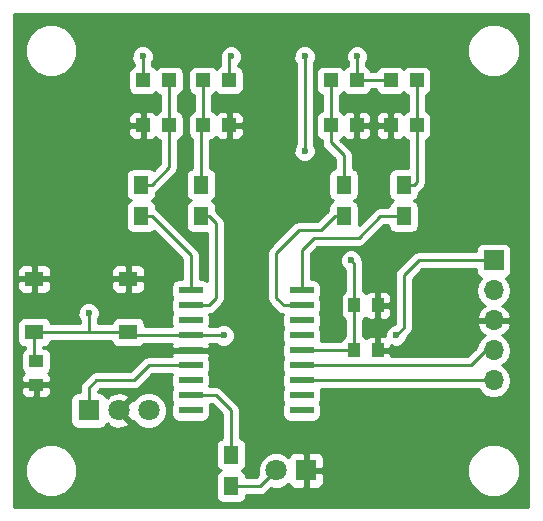
<source format=gtl>
G04 #@! TF.FileFunction,Copper,L1,Top,Signal*
%FSLAX46Y46*%
G04 Gerber Fmt 4.6, Leading zero omitted, Abs format (unit mm)*
G04 Created by KiCad (PCBNEW 4.0.6+dfsg1-1) date Fri Mar  9 15:20:54 2018*
%MOMM*%
%LPD*%
G01*
G04 APERTURE LIST*
%ADD10C,0.100000*%
%ADD11R,1.000000X1.250000*%
%ADD12R,1.250000X1.000000*%
%ADD13R,1.200000X1.200000*%
%ADD14R,1.800000X1.800000*%
%ADD15C,1.800000*%
%ADD16R,1.700000X1.700000*%
%ADD17O,1.700000X1.700000*%
%ADD18R,1.300000X1.500000*%
%ADD19R,1.550000X1.300000*%
%ADD20R,2.000000X0.600000*%
%ADD21C,0.600000*%
%ADD22C,0.250000*%
%ADD23C,0.254000*%
G04 APERTURE END LIST*
D10*
D11*
X208550000Y-64770000D03*
X210550000Y-64770000D03*
X208550000Y-68580000D03*
X210550000Y-68580000D03*
D12*
X181610000Y-69485000D03*
X181610000Y-71485000D03*
D13*
X208745000Y-45720000D03*
X206545000Y-45720000D03*
X211625000Y-45720000D03*
X213825000Y-45720000D03*
X206545000Y-49530000D03*
X208745000Y-49530000D03*
X213825000Y-49530000D03*
X211625000Y-49530000D03*
X190670000Y-45720000D03*
X192870000Y-45720000D03*
X197950000Y-45720000D03*
X195750000Y-45720000D03*
X192870000Y-49530000D03*
X190670000Y-49530000D03*
X195750000Y-49530000D03*
X197950000Y-49530000D03*
D14*
X204470000Y-78740000D03*
D15*
X201930000Y-78740000D03*
D16*
X220345000Y-60960000D03*
D17*
X220345000Y-63500000D03*
X220345000Y-66040000D03*
X220345000Y-68580000D03*
X220345000Y-71120000D03*
D18*
X207645000Y-54530000D03*
X207645000Y-57230000D03*
X190500000Y-54530000D03*
X190500000Y-57230000D03*
X212725000Y-54530000D03*
X212725000Y-57230000D03*
X195580000Y-54530000D03*
X195580000Y-57230000D03*
X198120000Y-77390000D03*
X198120000Y-80090000D03*
D19*
X181440000Y-67020000D03*
X181440000Y-62520000D03*
X189400000Y-62520000D03*
X189400000Y-67020000D03*
D20*
X194690000Y-63500000D03*
X194690000Y-64770000D03*
X194690000Y-66040000D03*
X194690000Y-67310000D03*
X194690000Y-68580000D03*
X194690000Y-69850000D03*
X194690000Y-71120000D03*
X194690000Y-72390000D03*
X194690000Y-73660000D03*
X204090000Y-73660000D03*
X204090000Y-72390000D03*
X204090000Y-71120000D03*
X204090000Y-69850000D03*
X204090000Y-68580000D03*
X204090000Y-67310000D03*
X204090000Y-66040000D03*
X204090000Y-64770000D03*
X204090000Y-63500000D03*
D14*
X186055000Y-73660000D03*
D15*
X188595000Y-73660000D03*
X191135000Y-73660000D03*
D21*
X182372000Y-54483000D03*
X182372000Y-49530000D03*
X199390000Y-69596000D03*
X202311000Y-49530000D03*
X200152000Y-53594000D03*
X204343000Y-53594000D03*
X210185000Y-53594000D03*
X210185000Y-51562000D03*
X210185000Y-49530000D03*
X204343000Y-43688000D03*
X204343000Y-51689000D03*
X190627000Y-43688000D03*
X208280000Y-60960000D03*
X208788000Y-43688000D03*
X198120000Y-43688000D03*
X212090000Y-67310000D03*
X197485000Y-67310000D03*
X186055000Y-65405000D03*
D22*
X190670000Y-49530000D02*
X182372000Y-49530000D01*
X194690000Y-68580000D02*
X198374000Y-68580000D01*
X198374000Y-68580000D02*
X199390000Y-69596000D01*
X211625000Y-49530000D02*
X210185000Y-49530000D01*
X204343000Y-53594000D02*
X200152000Y-53594000D01*
X210185000Y-51562000D02*
X210185000Y-53594000D01*
X204343000Y-51689000D02*
X204343000Y-43688000D01*
X190670000Y-43731000D02*
X190670000Y-45720000D01*
X190627000Y-43688000D02*
X190670000Y-43731000D01*
X208550000Y-64770000D02*
X208550000Y-61230000D01*
X208550000Y-61230000D02*
X208280000Y-60960000D01*
X208745000Y-45720000D02*
X208745000Y-43731000D01*
X208745000Y-43731000D02*
X208788000Y-43688000D01*
X197950000Y-43858000D02*
X197950000Y-45720000D01*
X198120000Y-43688000D02*
X197950000Y-43858000D01*
X211625000Y-45720000D02*
X208745000Y-45720000D01*
X204090000Y-68580000D02*
X208550000Y-68580000D01*
X208550000Y-68580000D02*
X208550000Y-64770000D01*
X194690000Y-67310000D02*
X197485000Y-67310000D01*
X213995000Y-60960000D02*
X220345000Y-60960000D01*
X212725000Y-62230000D02*
X213995000Y-60960000D01*
X212725000Y-66675000D02*
X212725000Y-62230000D01*
X212090000Y-67310000D02*
X212725000Y-66675000D01*
X186055000Y-67020000D02*
X186055000Y-65405000D01*
X181440000Y-67020000D02*
X181440000Y-69315000D01*
X181440000Y-69315000D02*
X181610000Y-69485000D01*
X181440000Y-67020000D02*
X186055000Y-67020000D01*
X186055000Y-67020000D02*
X189400000Y-67020000D01*
X189400000Y-67020000D02*
X189690000Y-67310000D01*
X189690000Y-67310000D02*
X194690000Y-67310000D01*
X207645000Y-54530000D02*
X207645000Y-52070000D01*
X206545000Y-50970000D02*
X206545000Y-49530000D01*
X207645000Y-52070000D02*
X206545000Y-50970000D01*
X206545000Y-45720000D02*
X206545000Y-46570000D01*
X206545000Y-46570000D02*
X206545000Y-49530000D01*
X213825000Y-49530000D02*
X213825000Y-54330000D01*
X213825000Y-54330000D02*
X213625000Y-54530000D01*
X213625000Y-54530000D02*
X212725000Y-54530000D01*
X213825000Y-45720000D02*
X213825000Y-46570000D01*
X213825000Y-46570000D02*
X213825000Y-49530000D01*
X190500000Y-54530000D02*
X191400000Y-54530000D01*
X191400000Y-54530000D02*
X192870000Y-53060000D01*
X192870000Y-53060000D02*
X192870000Y-49530000D01*
X192870000Y-45720000D02*
X192870000Y-49530000D01*
X195580000Y-54530000D02*
X195580000Y-49700000D01*
X195580000Y-49700000D02*
X195750000Y-49530000D01*
X195750000Y-49530000D02*
X195750000Y-45720000D01*
X198120000Y-80090000D02*
X200580000Y-80090000D01*
X200580000Y-80090000D02*
X201930000Y-78740000D01*
X220345000Y-68580000D02*
X219710000Y-68580000D01*
X219710000Y-68580000D02*
X218440000Y-69850000D01*
X218440000Y-69850000D02*
X204090000Y-69850000D01*
X204090000Y-71120000D02*
X220345000Y-71120000D01*
X207645000Y-57230000D02*
X206930000Y-57230000D01*
X202565000Y-64770000D02*
X204090000Y-64770000D01*
X201930000Y-64135000D02*
X202565000Y-64770000D01*
X201930000Y-60325000D02*
X201930000Y-64135000D01*
X203835000Y-58420000D02*
X201930000Y-60325000D01*
X205740000Y-58420000D02*
X203835000Y-58420000D01*
X206930000Y-57230000D02*
X205740000Y-58420000D01*
X194690000Y-63500000D02*
X194690000Y-60520000D01*
X194690000Y-60520000D02*
X191400000Y-57230000D01*
X191400000Y-57230000D02*
X190500000Y-57230000D01*
X212725000Y-57230000D02*
X210740000Y-57230000D01*
X204090000Y-60070000D02*
X204090000Y-63500000D01*
X205105000Y-59055000D02*
X204090000Y-60070000D01*
X208915000Y-59055000D02*
X205105000Y-59055000D01*
X210740000Y-57230000D02*
X208915000Y-59055000D01*
X194690000Y-64770000D02*
X196215000Y-64770000D01*
X196295000Y-57230000D02*
X195580000Y-57230000D01*
X196850000Y-57785000D02*
X196295000Y-57230000D01*
X196850000Y-58420000D02*
X196850000Y-57785000D01*
X196850000Y-64135000D02*
X196850000Y-58420000D01*
X196215000Y-64770000D02*
X196850000Y-64135000D01*
X198120000Y-77390000D02*
X198120000Y-73660000D01*
X196850000Y-72390000D02*
X194690000Y-72390000D01*
X198120000Y-73660000D02*
X196850000Y-72390000D01*
X194690000Y-69850000D02*
X191135000Y-69850000D01*
X186055000Y-71755000D02*
X186055000Y-73660000D01*
X186690000Y-71120000D02*
X186055000Y-71755000D01*
X189865000Y-71120000D02*
X186690000Y-71120000D01*
X191135000Y-69850000D02*
X189865000Y-71120000D01*
D23*
G36*
X223290000Y-81840000D02*
X179780000Y-81840000D01*
X179780000Y-79182619D01*
X180644613Y-79182619D01*
X180984155Y-80004372D01*
X181612321Y-80633636D01*
X182433481Y-80974611D01*
X183322619Y-80975387D01*
X184144372Y-80635845D01*
X184773636Y-80007679D01*
X185114611Y-79186519D01*
X185115387Y-78297381D01*
X184775845Y-77475628D01*
X184147679Y-76846364D01*
X183326519Y-76505389D01*
X182437381Y-76504613D01*
X181615628Y-76844155D01*
X180986364Y-77472321D01*
X180645389Y-78293481D01*
X180644613Y-79182619D01*
X179780000Y-79182619D01*
X179780000Y-72760000D01*
X184507560Y-72760000D01*
X184507560Y-74560000D01*
X184551838Y-74795317D01*
X184690910Y-75011441D01*
X184903110Y-75156431D01*
X185155000Y-75207440D01*
X186955000Y-75207440D01*
X187190317Y-75163162D01*
X187406441Y-75024090D01*
X187545598Y-74820426D01*
X187579890Y-74854718D01*
X187694447Y-74740161D01*
X187780852Y-74996643D01*
X188354336Y-75206458D01*
X188964460Y-75180839D01*
X189409148Y-74996643D01*
X189495554Y-74740159D01*
X188595000Y-73839605D01*
X188580858Y-73853748D01*
X188401253Y-73674143D01*
X188415395Y-73660000D01*
X188774605Y-73660000D01*
X189675159Y-74560554D01*
X189825327Y-74509965D01*
X189832932Y-74528371D01*
X190264357Y-74960551D01*
X190828330Y-75194733D01*
X191438991Y-75195265D01*
X192003371Y-74962068D01*
X192435551Y-74530643D01*
X192669733Y-73966670D01*
X192670265Y-73356009D01*
X192437068Y-72791629D01*
X192005643Y-72359449D01*
X191441670Y-72125267D01*
X190831009Y-72124735D01*
X190266629Y-72357932D01*
X189834449Y-72789357D01*
X189825797Y-72810194D01*
X189675159Y-72759446D01*
X188774605Y-73660000D01*
X188415395Y-73660000D01*
X188401253Y-73645858D01*
X188580858Y-73466253D01*
X188595000Y-73480395D01*
X189495554Y-72579841D01*
X189409148Y-72323357D01*
X188835664Y-72113542D01*
X188225540Y-72139161D01*
X187780852Y-72323357D01*
X187694447Y-72579839D01*
X187579890Y-72465282D01*
X187543412Y-72501760D01*
X187419090Y-72308559D01*
X187206890Y-72163569D01*
X186955000Y-72112560D01*
X186815000Y-72112560D01*
X186815000Y-72069802D01*
X187004802Y-71880000D01*
X189865000Y-71880000D01*
X190155839Y-71822148D01*
X190402401Y-71657401D01*
X191449802Y-70610000D01*
X193085086Y-70610000D01*
X193042560Y-70820000D01*
X193042560Y-71420000D01*
X193086838Y-71655317D01*
X193150678Y-71754528D01*
X193093569Y-71838110D01*
X193042560Y-72090000D01*
X193042560Y-72690000D01*
X193086838Y-72925317D01*
X193150678Y-73024528D01*
X193093569Y-73108110D01*
X193042560Y-73360000D01*
X193042560Y-73960000D01*
X193086838Y-74195317D01*
X193225910Y-74411441D01*
X193438110Y-74556431D01*
X193690000Y-74607440D01*
X195690000Y-74607440D01*
X195925317Y-74563162D01*
X196141441Y-74424090D01*
X196286431Y-74211890D01*
X196337440Y-73960000D01*
X196337440Y-73360000D01*
X196297926Y-73150000D01*
X196535198Y-73150000D01*
X197360000Y-73974802D01*
X197360000Y-76013258D01*
X197234683Y-76036838D01*
X197018559Y-76175910D01*
X196873569Y-76388110D01*
X196822560Y-76640000D01*
X196822560Y-78140000D01*
X196866838Y-78375317D01*
X197005910Y-78591441D01*
X197218110Y-78736431D01*
X197231197Y-78739081D01*
X197018559Y-78875910D01*
X196873569Y-79088110D01*
X196822560Y-79340000D01*
X196822560Y-80840000D01*
X196866838Y-81075317D01*
X197005910Y-81291441D01*
X197218110Y-81436431D01*
X197470000Y-81487440D01*
X198770000Y-81487440D01*
X199005317Y-81443162D01*
X199221441Y-81304090D01*
X199366431Y-81091890D01*
X199415415Y-80850000D01*
X200580000Y-80850000D01*
X200870839Y-80792148D01*
X201117401Y-80627401D01*
X201515036Y-80229766D01*
X201623330Y-80274733D01*
X202233991Y-80275265D01*
X202798371Y-80042068D01*
X202975841Y-79864908D01*
X203031673Y-79999699D01*
X203210302Y-80178327D01*
X203443691Y-80275000D01*
X204184250Y-80275000D01*
X204343000Y-80116250D01*
X204343000Y-78867000D01*
X204597000Y-78867000D01*
X204597000Y-80116250D01*
X204755750Y-80275000D01*
X205496309Y-80275000D01*
X205729698Y-80178327D01*
X205908327Y-79999699D01*
X206005000Y-79766310D01*
X206005000Y-79182619D01*
X218109613Y-79182619D01*
X218449155Y-80004372D01*
X219077321Y-80633636D01*
X219898481Y-80974611D01*
X220787619Y-80975387D01*
X221609372Y-80635845D01*
X222238636Y-80007679D01*
X222579611Y-79186519D01*
X222580387Y-78297381D01*
X222240845Y-77475628D01*
X221612679Y-76846364D01*
X220791519Y-76505389D01*
X219902381Y-76504613D01*
X219080628Y-76844155D01*
X218451364Y-77472321D01*
X218110389Y-78293481D01*
X218109613Y-79182619D01*
X206005000Y-79182619D01*
X206005000Y-79025750D01*
X205846250Y-78867000D01*
X204597000Y-78867000D01*
X204343000Y-78867000D01*
X204323000Y-78867000D01*
X204323000Y-78613000D01*
X204343000Y-78613000D01*
X204343000Y-77363750D01*
X204597000Y-77363750D01*
X204597000Y-78613000D01*
X205846250Y-78613000D01*
X206005000Y-78454250D01*
X206005000Y-77713690D01*
X205908327Y-77480301D01*
X205729698Y-77301673D01*
X205496309Y-77205000D01*
X204755750Y-77205000D01*
X204597000Y-77363750D01*
X204343000Y-77363750D01*
X204184250Y-77205000D01*
X203443691Y-77205000D01*
X203210302Y-77301673D01*
X203031673Y-77480301D01*
X202975881Y-77614994D01*
X202800643Y-77439449D01*
X202236670Y-77205267D01*
X201626009Y-77204735D01*
X201061629Y-77437932D01*
X200629449Y-77869357D01*
X200395267Y-78433330D01*
X200394735Y-79043991D01*
X200440485Y-79154713D01*
X200265198Y-79330000D01*
X199415558Y-79330000D01*
X199373162Y-79104683D01*
X199234090Y-78888559D01*
X199021890Y-78743569D01*
X199008803Y-78740919D01*
X199221441Y-78604090D01*
X199366431Y-78391890D01*
X199417440Y-78140000D01*
X199417440Y-76640000D01*
X199373162Y-76404683D01*
X199234090Y-76188559D01*
X199021890Y-76043569D01*
X198880000Y-76014836D01*
X198880000Y-73660000D01*
X198822148Y-73369161D01*
X198822148Y-73369160D01*
X198657401Y-73122599D01*
X197387401Y-71852599D01*
X197140839Y-71687852D01*
X196850000Y-71630000D01*
X196294914Y-71630000D01*
X196337440Y-71420000D01*
X196337440Y-70820000D01*
X196293162Y-70584683D01*
X196229322Y-70485472D01*
X196286431Y-70401890D01*
X196337440Y-70150000D01*
X196337440Y-69550000D01*
X196293162Y-69314683D01*
X196234822Y-69224020D01*
X196325000Y-69006310D01*
X196325000Y-68865750D01*
X196166250Y-68707000D01*
X194817000Y-68707000D01*
X194817000Y-68727000D01*
X194563000Y-68727000D01*
X194563000Y-68707000D01*
X193213750Y-68707000D01*
X193055000Y-68865750D01*
X193055000Y-69006310D01*
X193089666Y-69090000D01*
X191135000Y-69090000D01*
X190844160Y-69147852D01*
X190597599Y-69312599D01*
X189550198Y-70360000D01*
X186690000Y-70360000D01*
X186399161Y-70417852D01*
X186152599Y-70582599D01*
X185517599Y-71217599D01*
X185352852Y-71464161D01*
X185295000Y-71755000D01*
X185295000Y-72112560D01*
X185155000Y-72112560D01*
X184919683Y-72156838D01*
X184703559Y-72295910D01*
X184558569Y-72508110D01*
X184507560Y-72760000D01*
X179780000Y-72760000D01*
X179780000Y-71770750D01*
X180350000Y-71770750D01*
X180350000Y-72111309D01*
X180446673Y-72344698D01*
X180625301Y-72523327D01*
X180858690Y-72620000D01*
X181324250Y-72620000D01*
X181483000Y-72461250D01*
X181483000Y-71612000D01*
X181737000Y-71612000D01*
X181737000Y-72461250D01*
X181895750Y-72620000D01*
X182361310Y-72620000D01*
X182594699Y-72523327D01*
X182773327Y-72344698D01*
X182870000Y-72111309D01*
X182870000Y-71770750D01*
X182711250Y-71612000D01*
X181737000Y-71612000D01*
X181483000Y-71612000D01*
X180508750Y-71612000D01*
X180350000Y-71770750D01*
X179780000Y-71770750D01*
X179780000Y-66370000D01*
X180017560Y-66370000D01*
X180017560Y-67670000D01*
X180061838Y-67905317D01*
X180200910Y-68121441D01*
X180413110Y-68266431D01*
X180665000Y-68317440D01*
X180680000Y-68317440D01*
X180680000Y-68426678D01*
X180533559Y-68520910D01*
X180388569Y-68733110D01*
X180337560Y-68985000D01*
X180337560Y-69985000D01*
X180381838Y-70220317D01*
X180520910Y-70436441D01*
X180589006Y-70482969D01*
X180446673Y-70625302D01*
X180350000Y-70858691D01*
X180350000Y-71199250D01*
X180508750Y-71358000D01*
X181483000Y-71358000D01*
X181483000Y-71338000D01*
X181737000Y-71338000D01*
X181737000Y-71358000D01*
X182711250Y-71358000D01*
X182870000Y-71199250D01*
X182870000Y-70858691D01*
X182773327Y-70625302D01*
X182632090Y-70484064D01*
X182686441Y-70449090D01*
X182831431Y-70236890D01*
X182882440Y-69985000D01*
X182882440Y-68985000D01*
X182838162Y-68749683D01*
X182699090Y-68533559D01*
X182486890Y-68388569D01*
X182235000Y-68337560D01*
X182200000Y-68337560D01*
X182200000Y-68317440D01*
X182215000Y-68317440D01*
X182450317Y-68273162D01*
X182666441Y-68134090D01*
X182811431Y-67921890D01*
X182840164Y-67780000D01*
X187998258Y-67780000D01*
X188021838Y-67905317D01*
X188160910Y-68121441D01*
X188373110Y-68266431D01*
X188625000Y-68317440D01*
X190175000Y-68317440D01*
X190410317Y-68273162D01*
X190626441Y-68134090D01*
X190670232Y-68070000D01*
X193089666Y-68070000D01*
X193055000Y-68153690D01*
X193055000Y-68294250D01*
X193213750Y-68453000D01*
X194563000Y-68453000D01*
X194563000Y-68433000D01*
X194817000Y-68433000D01*
X194817000Y-68453000D01*
X196166250Y-68453000D01*
X196325000Y-68294250D01*
X196325000Y-68153690D01*
X196290334Y-68070000D01*
X196922537Y-68070000D01*
X196954673Y-68102192D01*
X197298201Y-68244838D01*
X197670167Y-68245162D01*
X198013943Y-68103117D01*
X198277192Y-67840327D01*
X198419838Y-67496799D01*
X198420162Y-67124833D01*
X198278117Y-66781057D01*
X198015327Y-66517808D01*
X197671799Y-66375162D01*
X197299833Y-66374838D01*
X196956057Y-66516883D01*
X196922882Y-66550000D01*
X196294914Y-66550000D01*
X196337440Y-66340000D01*
X196337440Y-65740000D01*
X196294934Y-65514100D01*
X196505839Y-65472148D01*
X196752401Y-65307401D01*
X197387401Y-64672401D01*
X197552148Y-64425839D01*
X197610000Y-64135000D01*
X197610000Y-60325000D01*
X201170000Y-60325000D01*
X201170000Y-64135000D01*
X201227852Y-64425839D01*
X201392599Y-64672401D01*
X202027599Y-65307401D01*
X202274161Y-65472148D01*
X202488180Y-65514720D01*
X202442560Y-65740000D01*
X202442560Y-66340000D01*
X202486838Y-66575317D01*
X202550678Y-66674528D01*
X202493569Y-66758110D01*
X202442560Y-67010000D01*
X202442560Y-67610000D01*
X202486838Y-67845317D01*
X202550678Y-67944528D01*
X202493569Y-68028110D01*
X202442560Y-68280000D01*
X202442560Y-68880000D01*
X202486838Y-69115317D01*
X202550678Y-69214528D01*
X202493569Y-69298110D01*
X202442560Y-69550000D01*
X202442560Y-70150000D01*
X202486838Y-70385317D01*
X202550678Y-70484528D01*
X202493569Y-70568110D01*
X202442560Y-70820000D01*
X202442560Y-71420000D01*
X202486838Y-71655317D01*
X202550678Y-71754528D01*
X202493569Y-71838110D01*
X202442560Y-72090000D01*
X202442560Y-72690000D01*
X202486838Y-72925317D01*
X202550678Y-73024528D01*
X202493569Y-73108110D01*
X202442560Y-73360000D01*
X202442560Y-73960000D01*
X202486838Y-74195317D01*
X202625910Y-74411441D01*
X202838110Y-74556431D01*
X203090000Y-74607440D01*
X205090000Y-74607440D01*
X205325317Y-74563162D01*
X205541441Y-74424090D01*
X205686431Y-74211890D01*
X205737440Y-73960000D01*
X205737440Y-73360000D01*
X205693162Y-73124683D01*
X205629322Y-73025472D01*
X205686431Y-72941890D01*
X205737440Y-72690000D01*
X205737440Y-72090000D01*
X205697926Y-71880000D01*
X219072046Y-71880000D01*
X219265853Y-72170054D01*
X219747622Y-72491961D01*
X220315907Y-72605000D01*
X220374093Y-72605000D01*
X220942378Y-72491961D01*
X221424147Y-72170054D01*
X221746054Y-71688285D01*
X221859093Y-71120000D01*
X221746054Y-70551715D01*
X221424147Y-70069946D01*
X221094974Y-69850000D01*
X221424147Y-69630054D01*
X221746054Y-69148285D01*
X221859093Y-68580000D01*
X221746054Y-68011715D01*
X221424147Y-67529946D01*
X221083447Y-67302298D01*
X221226358Y-67235183D01*
X221616645Y-66806924D01*
X221786476Y-66396890D01*
X221665155Y-66167000D01*
X220472000Y-66167000D01*
X220472000Y-66187000D01*
X220218000Y-66187000D01*
X220218000Y-66167000D01*
X219024845Y-66167000D01*
X218903524Y-66396890D01*
X219073355Y-66806924D01*
X219463642Y-67235183D01*
X219606553Y-67302298D01*
X219265853Y-67529946D01*
X218943946Y-68011715D01*
X218879502Y-68335696D01*
X218125198Y-69090000D01*
X211685000Y-69090000D01*
X211685000Y-68865750D01*
X211526250Y-68707000D01*
X210677000Y-68707000D01*
X210677000Y-68727000D01*
X210423000Y-68727000D01*
X210423000Y-68707000D01*
X210403000Y-68707000D01*
X210403000Y-68453000D01*
X210423000Y-68453000D01*
X210423000Y-67478750D01*
X210677000Y-67478750D01*
X210677000Y-68453000D01*
X211526250Y-68453000D01*
X211685000Y-68294250D01*
X211685000Y-68154233D01*
X211903201Y-68244838D01*
X212275167Y-68245162D01*
X212618943Y-68103117D01*
X212882192Y-67840327D01*
X213024838Y-67496799D01*
X213024879Y-67449923D01*
X213262401Y-67212401D01*
X213427148Y-66965839D01*
X213485000Y-66675000D01*
X213485000Y-62544802D01*
X214309802Y-61720000D01*
X218847560Y-61720000D01*
X218847560Y-61810000D01*
X218891838Y-62045317D01*
X219030910Y-62261441D01*
X219243110Y-62406431D01*
X219310541Y-62420086D01*
X219265853Y-62449946D01*
X218943946Y-62931715D01*
X218830907Y-63500000D01*
X218943946Y-64068285D01*
X219265853Y-64550054D01*
X219606553Y-64777702D01*
X219463642Y-64844817D01*
X219073355Y-65273076D01*
X218903524Y-65683110D01*
X219024845Y-65913000D01*
X220218000Y-65913000D01*
X220218000Y-65893000D01*
X220472000Y-65893000D01*
X220472000Y-65913000D01*
X221665155Y-65913000D01*
X221786476Y-65683110D01*
X221616645Y-65273076D01*
X221226358Y-64844817D01*
X221083447Y-64777702D01*
X221424147Y-64550054D01*
X221746054Y-64068285D01*
X221859093Y-63500000D01*
X221746054Y-62931715D01*
X221424147Y-62449946D01*
X221382548Y-62422150D01*
X221430317Y-62413162D01*
X221646441Y-62274090D01*
X221791431Y-62061890D01*
X221842440Y-61810000D01*
X221842440Y-60110000D01*
X221798162Y-59874683D01*
X221659090Y-59658559D01*
X221446890Y-59513569D01*
X221195000Y-59462560D01*
X219495000Y-59462560D01*
X219259683Y-59506838D01*
X219043559Y-59645910D01*
X218898569Y-59858110D01*
X218847560Y-60110000D01*
X218847560Y-60200000D01*
X213995000Y-60200000D01*
X213704160Y-60257852D01*
X213457599Y-60422599D01*
X212187599Y-61692599D01*
X212022852Y-61939161D01*
X211965000Y-62230000D01*
X211965000Y-66360198D01*
X211950320Y-66374878D01*
X211904833Y-66374838D01*
X211561057Y-66516883D01*
X211297808Y-66779673D01*
X211155162Y-67123201D01*
X211154991Y-67320000D01*
X210835750Y-67320000D01*
X210677000Y-67478750D01*
X210423000Y-67478750D01*
X210264250Y-67320000D01*
X209923691Y-67320000D01*
X209690302Y-67416673D01*
X209549064Y-67557910D01*
X209514090Y-67503559D01*
X209310000Y-67364110D01*
X209310000Y-65982279D01*
X209501441Y-65859090D01*
X209547969Y-65790994D01*
X209690302Y-65933327D01*
X209923691Y-66030000D01*
X210264250Y-66030000D01*
X210423000Y-65871250D01*
X210423000Y-64897000D01*
X210677000Y-64897000D01*
X210677000Y-65871250D01*
X210835750Y-66030000D01*
X211176309Y-66030000D01*
X211409698Y-65933327D01*
X211588327Y-65754699D01*
X211685000Y-65521310D01*
X211685000Y-65055750D01*
X211526250Y-64897000D01*
X210677000Y-64897000D01*
X210423000Y-64897000D01*
X210403000Y-64897000D01*
X210403000Y-64643000D01*
X210423000Y-64643000D01*
X210423000Y-63668750D01*
X210677000Y-63668750D01*
X210677000Y-64643000D01*
X211526250Y-64643000D01*
X211685000Y-64484250D01*
X211685000Y-64018690D01*
X211588327Y-63785301D01*
X211409698Y-63606673D01*
X211176309Y-63510000D01*
X210835750Y-63510000D01*
X210677000Y-63668750D01*
X210423000Y-63668750D01*
X210264250Y-63510000D01*
X209923691Y-63510000D01*
X209690302Y-63606673D01*
X209549064Y-63747910D01*
X209514090Y-63693559D01*
X209310000Y-63554110D01*
X209310000Y-61230000D01*
X209252148Y-60939161D01*
X209215067Y-60883666D01*
X209215162Y-60774833D01*
X209073117Y-60431057D01*
X208810327Y-60167808D01*
X208466799Y-60025162D01*
X208094833Y-60024838D01*
X207751057Y-60166883D01*
X207487808Y-60429673D01*
X207345162Y-60773201D01*
X207344838Y-61145167D01*
X207486883Y-61488943D01*
X207749673Y-61752192D01*
X207790000Y-61768937D01*
X207790000Y-63557721D01*
X207598559Y-63680910D01*
X207453569Y-63893110D01*
X207402560Y-64145000D01*
X207402560Y-65395000D01*
X207446838Y-65630317D01*
X207585910Y-65846441D01*
X207790000Y-65985890D01*
X207790000Y-67367721D01*
X207598559Y-67490910D01*
X207453569Y-67703110D01*
X207429898Y-67820000D01*
X205694914Y-67820000D01*
X205737440Y-67610000D01*
X205737440Y-67010000D01*
X205693162Y-66774683D01*
X205629322Y-66675472D01*
X205686431Y-66591890D01*
X205737440Y-66340000D01*
X205737440Y-65740000D01*
X205693162Y-65504683D01*
X205629322Y-65405472D01*
X205686431Y-65321890D01*
X205737440Y-65070000D01*
X205737440Y-64470000D01*
X205693162Y-64234683D01*
X205629322Y-64135472D01*
X205686431Y-64051890D01*
X205737440Y-63800000D01*
X205737440Y-63200000D01*
X205693162Y-62964683D01*
X205554090Y-62748559D01*
X205341890Y-62603569D01*
X205090000Y-62552560D01*
X204850000Y-62552560D01*
X204850000Y-60384802D01*
X205419802Y-59815000D01*
X208915000Y-59815000D01*
X209205839Y-59757148D01*
X209452401Y-59592401D01*
X211054802Y-57990000D01*
X211429442Y-57990000D01*
X211471838Y-58215317D01*
X211610910Y-58431441D01*
X211823110Y-58576431D01*
X212075000Y-58627440D01*
X213375000Y-58627440D01*
X213610317Y-58583162D01*
X213826441Y-58444090D01*
X213971431Y-58231890D01*
X214022440Y-57980000D01*
X214022440Y-56480000D01*
X213978162Y-56244683D01*
X213839090Y-56028559D01*
X213626890Y-55883569D01*
X213613803Y-55880919D01*
X213826441Y-55744090D01*
X213971431Y-55531890D01*
X214022440Y-55280000D01*
X214022440Y-55160920D01*
X214162401Y-55067401D01*
X214362401Y-54867401D01*
X214527148Y-54620839D01*
X214585000Y-54330000D01*
X214585000Y-50747334D01*
X214660317Y-50733162D01*
X214876441Y-50594090D01*
X215021431Y-50381890D01*
X215072440Y-50130000D01*
X215072440Y-48930000D01*
X215028162Y-48694683D01*
X214889090Y-48478559D01*
X214676890Y-48333569D01*
X214585000Y-48314961D01*
X214585000Y-46937334D01*
X214660317Y-46923162D01*
X214876441Y-46784090D01*
X215021431Y-46571890D01*
X215072440Y-46320000D01*
X215072440Y-45120000D01*
X215028162Y-44884683D01*
X214889090Y-44668559D01*
X214676890Y-44523569D01*
X214425000Y-44472560D01*
X213225000Y-44472560D01*
X212989683Y-44516838D01*
X212773559Y-44655910D01*
X212725866Y-44725711D01*
X212689090Y-44668559D01*
X212476890Y-44523569D01*
X212225000Y-44472560D01*
X211025000Y-44472560D01*
X210789683Y-44516838D01*
X210573559Y-44655910D01*
X210428569Y-44868110D01*
X210409961Y-44960000D01*
X209962334Y-44960000D01*
X209948162Y-44884683D01*
X209809090Y-44668559D01*
X209596890Y-44523569D01*
X209505000Y-44504961D01*
X209505000Y-44293388D01*
X209580192Y-44218327D01*
X209722838Y-43874799D01*
X209723057Y-43622619D01*
X218109613Y-43622619D01*
X218449155Y-44444372D01*
X219077321Y-45073636D01*
X219898481Y-45414611D01*
X220787619Y-45415387D01*
X221609372Y-45075845D01*
X222238636Y-44447679D01*
X222579611Y-43626519D01*
X222580387Y-42737381D01*
X222240845Y-41915628D01*
X221612679Y-41286364D01*
X220791519Y-40945389D01*
X219902381Y-40944613D01*
X219080628Y-41284155D01*
X218451364Y-41912321D01*
X218110389Y-42733481D01*
X218109613Y-43622619D01*
X209723057Y-43622619D01*
X209723162Y-43502833D01*
X209581117Y-43159057D01*
X209318327Y-42895808D01*
X208974799Y-42753162D01*
X208602833Y-42752838D01*
X208259057Y-42894883D01*
X207995808Y-43157673D01*
X207853162Y-43501201D01*
X207852838Y-43873167D01*
X207985000Y-44193024D01*
X207985000Y-44502666D01*
X207909683Y-44516838D01*
X207693559Y-44655910D01*
X207645866Y-44725711D01*
X207609090Y-44668559D01*
X207396890Y-44523569D01*
X207145000Y-44472560D01*
X205945000Y-44472560D01*
X205709683Y-44516838D01*
X205493559Y-44655910D01*
X205348569Y-44868110D01*
X205297560Y-45120000D01*
X205297560Y-46320000D01*
X205341838Y-46555317D01*
X205480910Y-46771441D01*
X205693110Y-46916431D01*
X205785000Y-46935039D01*
X205785000Y-48312666D01*
X205709683Y-48326838D01*
X205493559Y-48465910D01*
X205348569Y-48678110D01*
X205297560Y-48930000D01*
X205297560Y-50130000D01*
X205341838Y-50365317D01*
X205480910Y-50581441D01*
X205693110Y-50726431D01*
X205785000Y-50745039D01*
X205785000Y-50970000D01*
X205842852Y-51260839D01*
X206007599Y-51507401D01*
X206885000Y-52384802D01*
X206885000Y-53153258D01*
X206759683Y-53176838D01*
X206543559Y-53315910D01*
X206398569Y-53528110D01*
X206347560Y-53780000D01*
X206347560Y-55280000D01*
X206391838Y-55515317D01*
X206530910Y-55731441D01*
X206743110Y-55876431D01*
X206756197Y-55879081D01*
X206543559Y-56015910D01*
X206398569Y-56228110D01*
X206347560Y-56480000D01*
X206347560Y-56737638D01*
X205425198Y-57660000D01*
X203835000Y-57660000D01*
X203544161Y-57717852D01*
X203297599Y-57882599D01*
X201392599Y-59787599D01*
X201227852Y-60034161D01*
X201170000Y-60325000D01*
X197610000Y-60325000D01*
X197610000Y-57785000D01*
X197552148Y-57494161D01*
X197387401Y-57247599D01*
X196877440Y-56737638D01*
X196877440Y-56480000D01*
X196833162Y-56244683D01*
X196694090Y-56028559D01*
X196481890Y-55883569D01*
X196468803Y-55880919D01*
X196681441Y-55744090D01*
X196826431Y-55531890D01*
X196877440Y-55280000D01*
X196877440Y-53780000D01*
X196833162Y-53544683D01*
X196694090Y-53328559D01*
X196481890Y-53183569D01*
X196340000Y-53154836D01*
X196340000Y-50777440D01*
X196350000Y-50777440D01*
X196585317Y-50733162D01*
X196801441Y-50594090D01*
X196847969Y-50525994D01*
X196990302Y-50668327D01*
X197223691Y-50765000D01*
X197664250Y-50765000D01*
X197823000Y-50606250D01*
X197823000Y-49657000D01*
X198077000Y-49657000D01*
X198077000Y-50606250D01*
X198235750Y-50765000D01*
X198676309Y-50765000D01*
X198909698Y-50668327D01*
X199088327Y-50489699D01*
X199185000Y-50256310D01*
X199185000Y-49815750D01*
X199026250Y-49657000D01*
X198077000Y-49657000D01*
X197823000Y-49657000D01*
X197803000Y-49657000D01*
X197803000Y-49403000D01*
X197823000Y-49403000D01*
X197823000Y-48453750D01*
X198077000Y-48453750D01*
X198077000Y-49403000D01*
X199026250Y-49403000D01*
X199185000Y-49244250D01*
X199185000Y-48803690D01*
X199088327Y-48570301D01*
X198909698Y-48391673D01*
X198676309Y-48295000D01*
X198235750Y-48295000D01*
X198077000Y-48453750D01*
X197823000Y-48453750D01*
X197664250Y-48295000D01*
X197223691Y-48295000D01*
X196990302Y-48391673D01*
X196849064Y-48532910D01*
X196814090Y-48478559D01*
X196601890Y-48333569D01*
X196510000Y-48314961D01*
X196510000Y-46937334D01*
X196585317Y-46923162D01*
X196801441Y-46784090D01*
X196849134Y-46714289D01*
X196885910Y-46771441D01*
X197098110Y-46916431D01*
X197350000Y-46967440D01*
X198550000Y-46967440D01*
X198785317Y-46923162D01*
X199001441Y-46784090D01*
X199146431Y-46571890D01*
X199197440Y-46320000D01*
X199197440Y-45120000D01*
X199153162Y-44884683D01*
X199014090Y-44668559D01*
X198801890Y-44523569D01*
X198710000Y-44504961D01*
X198710000Y-44420166D01*
X198912192Y-44218327D01*
X199054838Y-43874799D01*
X199054839Y-43873167D01*
X203407838Y-43873167D01*
X203549883Y-44216943D01*
X203583000Y-44250118D01*
X203583000Y-51126537D01*
X203550808Y-51158673D01*
X203408162Y-51502201D01*
X203407838Y-51874167D01*
X203549883Y-52217943D01*
X203812673Y-52481192D01*
X204156201Y-52623838D01*
X204528167Y-52624162D01*
X204871943Y-52482117D01*
X205135192Y-52219327D01*
X205277838Y-51875799D01*
X205278162Y-51503833D01*
X205136117Y-51160057D01*
X205103000Y-51126882D01*
X205103000Y-44250463D01*
X205135192Y-44218327D01*
X205277838Y-43874799D01*
X205278162Y-43502833D01*
X205136117Y-43159057D01*
X204873327Y-42895808D01*
X204529799Y-42753162D01*
X204157833Y-42752838D01*
X203814057Y-42894883D01*
X203550808Y-43157673D01*
X203408162Y-43501201D01*
X203407838Y-43873167D01*
X199054839Y-43873167D01*
X199055162Y-43502833D01*
X198913117Y-43159057D01*
X198650327Y-42895808D01*
X198306799Y-42753162D01*
X197934833Y-42752838D01*
X197591057Y-42894883D01*
X197327808Y-43157673D01*
X197185162Y-43501201D01*
X197184838Y-43873167D01*
X197190000Y-43885660D01*
X197190000Y-44502666D01*
X197114683Y-44516838D01*
X196898559Y-44655910D01*
X196850866Y-44725711D01*
X196814090Y-44668559D01*
X196601890Y-44523569D01*
X196350000Y-44472560D01*
X195150000Y-44472560D01*
X194914683Y-44516838D01*
X194698559Y-44655910D01*
X194553569Y-44868110D01*
X194502560Y-45120000D01*
X194502560Y-46320000D01*
X194546838Y-46555317D01*
X194685910Y-46771441D01*
X194898110Y-46916431D01*
X194990000Y-46935039D01*
X194990000Y-48312666D01*
X194914683Y-48326838D01*
X194698559Y-48465910D01*
X194553569Y-48678110D01*
X194502560Y-48930000D01*
X194502560Y-50130000D01*
X194546838Y-50365317D01*
X194685910Y-50581441D01*
X194820000Y-50673061D01*
X194820000Y-53153258D01*
X194694683Y-53176838D01*
X194478559Y-53315910D01*
X194333569Y-53528110D01*
X194282560Y-53780000D01*
X194282560Y-55280000D01*
X194326838Y-55515317D01*
X194465910Y-55731441D01*
X194678110Y-55876431D01*
X194691197Y-55879081D01*
X194478559Y-56015910D01*
X194333569Y-56228110D01*
X194282560Y-56480000D01*
X194282560Y-57980000D01*
X194326838Y-58215317D01*
X194465910Y-58431441D01*
X194678110Y-58576431D01*
X194930000Y-58627440D01*
X196090000Y-58627440D01*
X196090000Y-62704768D01*
X195941890Y-62603569D01*
X195690000Y-62552560D01*
X195450000Y-62552560D01*
X195450000Y-60520000D01*
X195392148Y-60229161D01*
X195227401Y-59982599D01*
X191937401Y-56692599D01*
X191797440Y-56599080D01*
X191797440Y-56480000D01*
X191753162Y-56244683D01*
X191614090Y-56028559D01*
X191401890Y-55883569D01*
X191388803Y-55880919D01*
X191601441Y-55744090D01*
X191746431Y-55531890D01*
X191797440Y-55280000D01*
X191797440Y-55160920D01*
X191937401Y-55067401D01*
X193407401Y-53597401D01*
X193572148Y-53350839D01*
X193630000Y-53060000D01*
X193630000Y-50747334D01*
X193705317Y-50733162D01*
X193921441Y-50594090D01*
X194066431Y-50381890D01*
X194117440Y-50130000D01*
X194117440Y-48930000D01*
X194073162Y-48694683D01*
X193934090Y-48478559D01*
X193721890Y-48333569D01*
X193630000Y-48314961D01*
X193630000Y-46937334D01*
X193705317Y-46923162D01*
X193921441Y-46784090D01*
X194066431Y-46571890D01*
X194117440Y-46320000D01*
X194117440Y-45120000D01*
X194073162Y-44884683D01*
X193934090Y-44668559D01*
X193721890Y-44523569D01*
X193470000Y-44472560D01*
X192270000Y-44472560D01*
X192034683Y-44516838D01*
X191818559Y-44655910D01*
X191770866Y-44725711D01*
X191734090Y-44668559D01*
X191521890Y-44523569D01*
X191430000Y-44504961D01*
X191430000Y-44192299D01*
X191561838Y-43874799D01*
X191562162Y-43502833D01*
X191420117Y-43159057D01*
X191157327Y-42895808D01*
X190813799Y-42753162D01*
X190441833Y-42752838D01*
X190098057Y-42894883D01*
X189834808Y-43157673D01*
X189692162Y-43501201D01*
X189691838Y-43873167D01*
X189833883Y-44216943D01*
X189910000Y-44293193D01*
X189910000Y-44502666D01*
X189834683Y-44516838D01*
X189618559Y-44655910D01*
X189473569Y-44868110D01*
X189422560Y-45120000D01*
X189422560Y-46320000D01*
X189466838Y-46555317D01*
X189605910Y-46771441D01*
X189818110Y-46916431D01*
X190070000Y-46967440D01*
X191270000Y-46967440D01*
X191505317Y-46923162D01*
X191721441Y-46784090D01*
X191769134Y-46714289D01*
X191805910Y-46771441D01*
X192018110Y-46916431D01*
X192110000Y-46935039D01*
X192110000Y-48312666D01*
X192034683Y-48326838D01*
X191818559Y-48465910D01*
X191772031Y-48534006D01*
X191629698Y-48391673D01*
X191396309Y-48295000D01*
X190955750Y-48295000D01*
X190797000Y-48453750D01*
X190797000Y-49403000D01*
X190817000Y-49403000D01*
X190817000Y-49657000D01*
X190797000Y-49657000D01*
X190797000Y-50606250D01*
X190955750Y-50765000D01*
X191396309Y-50765000D01*
X191629698Y-50668327D01*
X191770936Y-50527090D01*
X191805910Y-50581441D01*
X192018110Y-50726431D01*
X192110000Y-50745039D01*
X192110000Y-52745198D01*
X191562137Y-53293061D01*
X191401890Y-53183569D01*
X191150000Y-53132560D01*
X189850000Y-53132560D01*
X189614683Y-53176838D01*
X189398559Y-53315910D01*
X189253569Y-53528110D01*
X189202560Y-53780000D01*
X189202560Y-55280000D01*
X189246838Y-55515317D01*
X189385910Y-55731441D01*
X189598110Y-55876431D01*
X189611197Y-55879081D01*
X189398559Y-56015910D01*
X189253569Y-56228110D01*
X189202560Y-56480000D01*
X189202560Y-57980000D01*
X189246838Y-58215317D01*
X189385910Y-58431441D01*
X189598110Y-58576431D01*
X189850000Y-58627440D01*
X191150000Y-58627440D01*
X191385317Y-58583162D01*
X191563623Y-58468425D01*
X193930000Y-60834802D01*
X193930000Y-62552560D01*
X193690000Y-62552560D01*
X193454683Y-62596838D01*
X193238559Y-62735910D01*
X193093569Y-62948110D01*
X193042560Y-63200000D01*
X193042560Y-63800000D01*
X193086838Y-64035317D01*
X193150678Y-64134528D01*
X193093569Y-64218110D01*
X193042560Y-64470000D01*
X193042560Y-65070000D01*
X193086838Y-65305317D01*
X193150678Y-65404528D01*
X193093569Y-65488110D01*
X193042560Y-65740000D01*
X193042560Y-66340000D01*
X193082074Y-66550000D01*
X190822440Y-66550000D01*
X190822440Y-66370000D01*
X190778162Y-66134683D01*
X190639090Y-65918559D01*
X190426890Y-65773569D01*
X190175000Y-65722560D01*
X188625000Y-65722560D01*
X188389683Y-65766838D01*
X188173559Y-65905910D01*
X188028569Y-66118110D01*
X187999836Y-66260000D01*
X186815000Y-66260000D01*
X186815000Y-65967463D01*
X186847192Y-65935327D01*
X186989838Y-65591799D01*
X186990162Y-65219833D01*
X186848117Y-64876057D01*
X186585327Y-64612808D01*
X186241799Y-64470162D01*
X185869833Y-64469838D01*
X185526057Y-64611883D01*
X185262808Y-64874673D01*
X185120162Y-65218201D01*
X185119838Y-65590167D01*
X185261883Y-65933943D01*
X185295000Y-65967118D01*
X185295000Y-66260000D01*
X182841742Y-66260000D01*
X182818162Y-66134683D01*
X182679090Y-65918559D01*
X182466890Y-65773569D01*
X182215000Y-65722560D01*
X180665000Y-65722560D01*
X180429683Y-65766838D01*
X180213559Y-65905910D01*
X180068569Y-66118110D01*
X180017560Y-66370000D01*
X179780000Y-66370000D01*
X179780000Y-62805750D01*
X180030000Y-62805750D01*
X180030000Y-63296310D01*
X180126673Y-63529699D01*
X180305302Y-63708327D01*
X180538691Y-63805000D01*
X181154250Y-63805000D01*
X181313000Y-63646250D01*
X181313000Y-62647000D01*
X181567000Y-62647000D01*
X181567000Y-63646250D01*
X181725750Y-63805000D01*
X182341309Y-63805000D01*
X182574698Y-63708327D01*
X182753327Y-63529699D01*
X182850000Y-63296310D01*
X182850000Y-62805750D01*
X187990000Y-62805750D01*
X187990000Y-63296310D01*
X188086673Y-63529699D01*
X188265302Y-63708327D01*
X188498691Y-63805000D01*
X189114250Y-63805000D01*
X189273000Y-63646250D01*
X189273000Y-62647000D01*
X189527000Y-62647000D01*
X189527000Y-63646250D01*
X189685750Y-63805000D01*
X190301309Y-63805000D01*
X190534698Y-63708327D01*
X190713327Y-63529699D01*
X190810000Y-63296310D01*
X190810000Y-62805750D01*
X190651250Y-62647000D01*
X189527000Y-62647000D01*
X189273000Y-62647000D01*
X188148750Y-62647000D01*
X187990000Y-62805750D01*
X182850000Y-62805750D01*
X182691250Y-62647000D01*
X181567000Y-62647000D01*
X181313000Y-62647000D01*
X180188750Y-62647000D01*
X180030000Y-62805750D01*
X179780000Y-62805750D01*
X179780000Y-61743690D01*
X180030000Y-61743690D01*
X180030000Y-62234250D01*
X180188750Y-62393000D01*
X181313000Y-62393000D01*
X181313000Y-61393750D01*
X181567000Y-61393750D01*
X181567000Y-62393000D01*
X182691250Y-62393000D01*
X182850000Y-62234250D01*
X182850000Y-61743690D01*
X187990000Y-61743690D01*
X187990000Y-62234250D01*
X188148750Y-62393000D01*
X189273000Y-62393000D01*
X189273000Y-61393750D01*
X189527000Y-61393750D01*
X189527000Y-62393000D01*
X190651250Y-62393000D01*
X190810000Y-62234250D01*
X190810000Y-61743690D01*
X190713327Y-61510301D01*
X190534698Y-61331673D01*
X190301309Y-61235000D01*
X189685750Y-61235000D01*
X189527000Y-61393750D01*
X189273000Y-61393750D01*
X189114250Y-61235000D01*
X188498691Y-61235000D01*
X188265302Y-61331673D01*
X188086673Y-61510301D01*
X187990000Y-61743690D01*
X182850000Y-61743690D01*
X182753327Y-61510301D01*
X182574698Y-61331673D01*
X182341309Y-61235000D01*
X181725750Y-61235000D01*
X181567000Y-61393750D01*
X181313000Y-61393750D01*
X181154250Y-61235000D01*
X180538691Y-61235000D01*
X180305302Y-61331673D01*
X180126673Y-61510301D01*
X180030000Y-61743690D01*
X179780000Y-61743690D01*
X179780000Y-49815750D01*
X189435000Y-49815750D01*
X189435000Y-50256310D01*
X189531673Y-50489699D01*
X189710302Y-50668327D01*
X189943691Y-50765000D01*
X190384250Y-50765000D01*
X190543000Y-50606250D01*
X190543000Y-49657000D01*
X189593750Y-49657000D01*
X189435000Y-49815750D01*
X179780000Y-49815750D01*
X179780000Y-48803690D01*
X189435000Y-48803690D01*
X189435000Y-49244250D01*
X189593750Y-49403000D01*
X190543000Y-49403000D01*
X190543000Y-48453750D01*
X190384250Y-48295000D01*
X189943691Y-48295000D01*
X189710302Y-48391673D01*
X189531673Y-48570301D01*
X189435000Y-48803690D01*
X179780000Y-48803690D01*
X179780000Y-43622619D01*
X180644613Y-43622619D01*
X180984155Y-44444372D01*
X181612321Y-45073636D01*
X182433481Y-45414611D01*
X183322619Y-45415387D01*
X184144372Y-45075845D01*
X184773636Y-44447679D01*
X185114611Y-43626519D01*
X185115387Y-42737381D01*
X184775845Y-41915628D01*
X184147679Y-41286364D01*
X183326519Y-40945389D01*
X182437381Y-40944613D01*
X181615628Y-41284155D01*
X180986364Y-41912321D01*
X180645389Y-42733481D01*
X180644613Y-43622619D01*
X179780000Y-43622619D01*
X179780000Y-40080000D01*
X223290000Y-40080000D01*
X223290000Y-81840000D01*
X223290000Y-81840000D01*
G37*
X223290000Y-81840000D02*
X179780000Y-81840000D01*
X179780000Y-79182619D01*
X180644613Y-79182619D01*
X180984155Y-80004372D01*
X181612321Y-80633636D01*
X182433481Y-80974611D01*
X183322619Y-80975387D01*
X184144372Y-80635845D01*
X184773636Y-80007679D01*
X185114611Y-79186519D01*
X185115387Y-78297381D01*
X184775845Y-77475628D01*
X184147679Y-76846364D01*
X183326519Y-76505389D01*
X182437381Y-76504613D01*
X181615628Y-76844155D01*
X180986364Y-77472321D01*
X180645389Y-78293481D01*
X180644613Y-79182619D01*
X179780000Y-79182619D01*
X179780000Y-72760000D01*
X184507560Y-72760000D01*
X184507560Y-74560000D01*
X184551838Y-74795317D01*
X184690910Y-75011441D01*
X184903110Y-75156431D01*
X185155000Y-75207440D01*
X186955000Y-75207440D01*
X187190317Y-75163162D01*
X187406441Y-75024090D01*
X187545598Y-74820426D01*
X187579890Y-74854718D01*
X187694447Y-74740161D01*
X187780852Y-74996643D01*
X188354336Y-75206458D01*
X188964460Y-75180839D01*
X189409148Y-74996643D01*
X189495554Y-74740159D01*
X188595000Y-73839605D01*
X188580858Y-73853748D01*
X188401253Y-73674143D01*
X188415395Y-73660000D01*
X188774605Y-73660000D01*
X189675159Y-74560554D01*
X189825327Y-74509965D01*
X189832932Y-74528371D01*
X190264357Y-74960551D01*
X190828330Y-75194733D01*
X191438991Y-75195265D01*
X192003371Y-74962068D01*
X192435551Y-74530643D01*
X192669733Y-73966670D01*
X192670265Y-73356009D01*
X192437068Y-72791629D01*
X192005643Y-72359449D01*
X191441670Y-72125267D01*
X190831009Y-72124735D01*
X190266629Y-72357932D01*
X189834449Y-72789357D01*
X189825797Y-72810194D01*
X189675159Y-72759446D01*
X188774605Y-73660000D01*
X188415395Y-73660000D01*
X188401253Y-73645858D01*
X188580858Y-73466253D01*
X188595000Y-73480395D01*
X189495554Y-72579841D01*
X189409148Y-72323357D01*
X188835664Y-72113542D01*
X188225540Y-72139161D01*
X187780852Y-72323357D01*
X187694447Y-72579839D01*
X187579890Y-72465282D01*
X187543412Y-72501760D01*
X187419090Y-72308559D01*
X187206890Y-72163569D01*
X186955000Y-72112560D01*
X186815000Y-72112560D01*
X186815000Y-72069802D01*
X187004802Y-71880000D01*
X189865000Y-71880000D01*
X190155839Y-71822148D01*
X190402401Y-71657401D01*
X191449802Y-70610000D01*
X193085086Y-70610000D01*
X193042560Y-70820000D01*
X193042560Y-71420000D01*
X193086838Y-71655317D01*
X193150678Y-71754528D01*
X193093569Y-71838110D01*
X193042560Y-72090000D01*
X193042560Y-72690000D01*
X193086838Y-72925317D01*
X193150678Y-73024528D01*
X193093569Y-73108110D01*
X193042560Y-73360000D01*
X193042560Y-73960000D01*
X193086838Y-74195317D01*
X193225910Y-74411441D01*
X193438110Y-74556431D01*
X193690000Y-74607440D01*
X195690000Y-74607440D01*
X195925317Y-74563162D01*
X196141441Y-74424090D01*
X196286431Y-74211890D01*
X196337440Y-73960000D01*
X196337440Y-73360000D01*
X196297926Y-73150000D01*
X196535198Y-73150000D01*
X197360000Y-73974802D01*
X197360000Y-76013258D01*
X197234683Y-76036838D01*
X197018559Y-76175910D01*
X196873569Y-76388110D01*
X196822560Y-76640000D01*
X196822560Y-78140000D01*
X196866838Y-78375317D01*
X197005910Y-78591441D01*
X197218110Y-78736431D01*
X197231197Y-78739081D01*
X197018559Y-78875910D01*
X196873569Y-79088110D01*
X196822560Y-79340000D01*
X196822560Y-80840000D01*
X196866838Y-81075317D01*
X197005910Y-81291441D01*
X197218110Y-81436431D01*
X197470000Y-81487440D01*
X198770000Y-81487440D01*
X199005317Y-81443162D01*
X199221441Y-81304090D01*
X199366431Y-81091890D01*
X199415415Y-80850000D01*
X200580000Y-80850000D01*
X200870839Y-80792148D01*
X201117401Y-80627401D01*
X201515036Y-80229766D01*
X201623330Y-80274733D01*
X202233991Y-80275265D01*
X202798371Y-80042068D01*
X202975841Y-79864908D01*
X203031673Y-79999699D01*
X203210302Y-80178327D01*
X203443691Y-80275000D01*
X204184250Y-80275000D01*
X204343000Y-80116250D01*
X204343000Y-78867000D01*
X204597000Y-78867000D01*
X204597000Y-80116250D01*
X204755750Y-80275000D01*
X205496309Y-80275000D01*
X205729698Y-80178327D01*
X205908327Y-79999699D01*
X206005000Y-79766310D01*
X206005000Y-79182619D01*
X218109613Y-79182619D01*
X218449155Y-80004372D01*
X219077321Y-80633636D01*
X219898481Y-80974611D01*
X220787619Y-80975387D01*
X221609372Y-80635845D01*
X222238636Y-80007679D01*
X222579611Y-79186519D01*
X222580387Y-78297381D01*
X222240845Y-77475628D01*
X221612679Y-76846364D01*
X220791519Y-76505389D01*
X219902381Y-76504613D01*
X219080628Y-76844155D01*
X218451364Y-77472321D01*
X218110389Y-78293481D01*
X218109613Y-79182619D01*
X206005000Y-79182619D01*
X206005000Y-79025750D01*
X205846250Y-78867000D01*
X204597000Y-78867000D01*
X204343000Y-78867000D01*
X204323000Y-78867000D01*
X204323000Y-78613000D01*
X204343000Y-78613000D01*
X204343000Y-77363750D01*
X204597000Y-77363750D01*
X204597000Y-78613000D01*
X205846250Y-78613000D01*
X206005000Y-78454250D01*
X206005000Y-77713690D01*
X205908327Y-77480301D01*
X205729698Y-77301673D01*
X205496309Y-77205000D01*
X204755750Y-77205000D01*
X204597000Y-77363750D01*
X204343000Y-77363750D01*
X204184250Y-77205000D01*
X203443691Y-77205000D01*
X203210302Y-77301673D01*
X203031673Y-77480301D01*
X202975881Y-77614994D01*
X202800643Y-77439449D01*
X202236670Y-77205267D01*
X201626009Y-77204735D01*
X201061629Y-77437932D01*
X200629449Y-77869357D01*
X200395267Y-78433330D01*
X200394735Y-79043991D01*
X200440485Y-79154713D01*
X200265198Y-79330000D01*
X199415558Y-79330000D01*
X199373162Y-79104683D01*
X199234090Y-78888559D01*
X199021890Y-78743569D01*
X199008803Y-78740919D01*
X199221441Y-78604090D01*
X199366431Y-78391890D01*
X199417440Y-78140000D01*
X199417440Y-76640000D01*
X199373162Y-76404683D01*
X199234090Y-76188559D01*
X199021890Y-76043569D01*
X198880000Y-76014836D01*
X198880000Y-73660000D01*
X198822148Y-73369161D01*
X198822148Y-73369160D01*
X198657401Y-73122599D01*
X197387401Y-71852599D01*
X197140839Y-71687852D01*
X196850000Y-71630000D01*
X196294914Y-71630000D01*
X196337440Y-71420000D01*
X196337440Y-70820000D01*
X196293162Y-70584683D01*
X196229322Y-70485472D01*
X196286431Y-70401890D01*
X196337440Y-70150000D01*
X196337440Y-69550000D01*
X196293162Y-69314683D01*
X196234822Y-69224020D01*
X196325000Y-69006310D01*
X196325000Y-68865750D01*
X196166250Y-68707000D01*
X194817000Y-68707000D01*
X194817000Y-68727000D01*
X194563000Y-68727000D01*
X194563000Y-68707000D01*
X193213750Y-68707000D01*
X193055000Y-68865750D01*
X193055000Y-69006310D01*
X193089666Y-69090000D01*
X191135000Y-69090000D01*
X190844160Y-69147852D01*
X190597599Y-69312599D01*
X189550198Y-70360000D01*
X186690000Y-70360000D01*
X186399161Y-70417852D01*
X186152599Y-70582599D01*
X185517599Y-71217599D01*
X185352852Y-71464161D01*
X185295000Y-71755000D01*
X185295000Y-72112560D01*
X185155000Y-72112560D01*
X184919683Y-72156838D01*
X184703559Y-72295910D01*
X184558569Y-72508110D01*
X184507560Y-72760000D01*
X179780000Y-72760000D01*
X179780000Y-71770750D01*
X180350000Y-71770750D01*
X180350000Y-72111309D01*
X180446673Y-72344698D01*
X180625301Y-72523327D01*
X180858690Y-72620000D01*
X181324250Y-72620000D01*
X181483000Y-72461250D01*
X181483000Y-71612000D01*
X181737000Y-71612000D01*
X181737000Y-72461250D01*
X181895750Y-72620000D01*
X182361310Y-72620000D01*
X182594699Y-72523327D01*
X182773327Y-72344698D01*
X182870000Y-72111309D01*
X182870000Y-71770750D01*
X182711250Y-71612000D01*
X181737000Y-71612000D01*
X181483000Y-71612000D01*
X180508750Y-71612000D01*
X180350000Y-71770750D01*
X179780000Y-71770750D01*
X179780000Y-66370000D01*
X180017560Y-66370000D01*
X180017560Y-67670000D01*
X180061838Y-67905317D01*
X180200910Y-68121441D01*
X180413110Y-68266431D01*
X180665000Y-68317440D01*
X180680000Y-68317440D01*
X180680000Y-68426678D01*
X180533559Y-68520910D01*
X180388569Y-68733110D01*
X180337560Y-68985000D01*
X180337560Y-69985000D01*
X180381838Y-70220317D01*
X180520910Y-70436441D01*
X180589006Y-70482969D01*
X180446673Y-70625302D01*
X180350000Y-70858691D01*
X180350000Y-71199250D01*
X180508750Y-71358000D01*
X181483000Y-71358000D01*
X181483000Y-71338000D01*
X181737000Y-71338000D01*
X181737000Y-71358000D01*
X182711250Y-71358000D01*
X182870000Y-71199250D01*
X182870000Y-70858691D01*
X182773327Y-70625302D01*
X182632090Y-70484064D01*
X182686441Y-70449090D01*
X182831431Y-70236890D01*
X182882440Y-69985000D01*
X182882440Y-68985000D01*
X182838162Y-68749683D01*
X182699090Y-68533559D01*
X182486890Y-68388569D01*
X182235000Y-68337560D01*
X182200000Y-68337560D01*
X182200000Y-68317440D01*
X182215000Y-68317440D01*
X182450317Y-68273162D01*
X182666441Y-68134090D01*
X182811431Y-67921890D01*
X182840164Y-67780000D01*
X187998258Y-67780000D01*
X188021838Y-67905317D01*
X188160910Y-68121441D01*
X188373110Y-68266431D01*
X188625000Y-68317440D01*
X190175000Y-68317440D01*
X190410317Y-68273162D01*
X190626441Y-68134090D01*
X190670232Y-68070000D01*
X193089666Y-68070000D01*
X193055000Y-68153690D01*
X193055000Y-68294250D01*
X193213750Y-68453000D01*
X194563000Y-68453000D01*
X194563000Y-68433000D01*
X194817000Y-68433000D01*
X194817000Y-68453000D01*
X196166250Y-68453000D01*
X196325000Y-68294250D01*
X196325000Y-68153690D01*
X196290334Y-68070000D01*
X196922537Y-68070000D01*
X196954673Y-68102192D01*
X197298201Y-68244838D01*
X197670167Y-68245162D01*
X198013943Y-68103117D01*
X198277192Y-67840327D01*
X198419838Y-67496799D01*
X198420162Y-67124833D01*
X198278117Y-66781057D01*
X198015327Y-66517808D01*
X197671799Y-66375162D01*
X197299833Y-66374838D01*
X196956057Y-66516883D01*
X196922882Y-66550000D01*
X196294914Y-66550000D01*
X196337440Y-66340000D01*
X196337440Y-65740000D01*
X196294934Y-65514100D01*
X196505839Y-65472148D01*
X196752401Y-65307401D01*
X197387401Y-64672401D01*
X197552148Y-64425839D01*
X197610000Y-64135000D01*
X197610000Y-60325000D01*
X201170000Y-60325000D01*
X201170000Y-64135000D01*
X201227852Y-64425839D01*
X201392599Y-64672401D01*
X202027599Y-65307401D01*
X202274161Y-65472148D01*
X202488180Y-65514720D01*
X202442560Y-65740000D01*
X202442560Y-66340000D01*
X202486838Y-66575317D01*
X202550678Y-66674528D01*
X202493569Y-66758110D01*
X202442560Y-67010000D01*
X202442560Y-67610000D01*
X202486838Y-67845317D01*
X202550678Y-67944528D01*
X202493569Y-68028110D01*
X202442560Y-68280000D01*
X202442560Y-68880000D01*
X202486838Y-69115317D01*
X202550678Y-69214528D01*
X202493569Y-69298110D01*
X202442560Y-69550000D01*
X202442560Y-70150000D01*
X202486838Y-70385317D01*
X202550678Y-70484528D01*
X202493569Y-70568110D01*
X202442560Y-70820000D01*
X202442560Y-71420000D01*
X202486838Y-71655317D01*
X202550678Y-71754528D01*
X202493569Y-71838110D01*
X202442560Y-72090000D01*
X202442560Y-72690000D01*
X202486838Y-72925317D01*
X202550678Y-73024528D01*
X202493569Y-73108110D01*
X202442560Y-73360000D01*
X202442560Y-73960000D01*
X202486838Y-74195317D01*
X202625910Y-74411441D01*
X202838110Y-74556431D01*
X203090000Y-74607440D01*
X205090000Y-74607440D01*
X205325317Y-74563162D01*
X205541441Y-74424090D01*
X205686431Y-74211890D01*
X205737440Y-73960000D01*
X205737440Y-73360000D01*
X205693162Y-73124683D01*
X205629322Y-73025472D01*
X205686431Y-72941890D01*
X205737440Y-72690000D01*
X205737440Y-72090000D01*
X205697926Y-71880000D01*
X219072046Y-71880000D01*
X219265853Y-72170054D01*
X219747622Y-72491961D01*
X220315907Y-72605000D01*
X220374093Y-72605000D01*
X220942378Y-72491961D01*
X221424147Y-72170054D01*
X221746054Y-71688285D01*
X221859093Y-71120000D01*
X221746054Y-70551715D01*
X221424147Y-70069946D01*
X221094974Y-69850000D01*
X221424147Y-69630054D01*
X221746054Y-69148285D01*
X221859093Y-68580000D01*
X221746054Y-68011715D01*
X221424147Y-67529946D01*
X221083447Y-67302298D01*
X221226358Y-67235183D01*
X221616645Y-66806924D01*
X221786476Y-66396890D01*
X221665155Y-66167000D01*
X220472000Y-66167000D01*
X220472000Y-66187000D01*
X220218000Y-66187000D01*
X220218000Y-66167000D01*
X219024845Y-66167000D01*
X218903524Y-66396890D01*
X219073355Y-66806924D01*
X219463642Y-67235183D01*
X219606553Y-67302298D01*
X219265853Y-67529946D01*
X218943946Y-68011715D01*
X218879502Y-68335696D01*
X218125198Y-69090000D01*
X211685000Y-69090000D01*
X211685000Y-68865750D01*
X211526250Y-68707000D01*
X210677000Y-68707000D01*
X210677000Y-68727000D01*
X210423000Y-68727000D01*
X210423000Y-68707000D01*
X210403000Y-68707000D01*
X210403000Y-68453000D01*
X210423000Y-68453000D01*
X210423000Y-67478750D01*
X210677000Y-67478750D01*
X210677000Y-68453000D01*
X211526250Y-68453000D01*
X211685000Y-68294250D01*
X211685000Y-68154233D01*
X211903201Y-68244838D01*
X212275167Y-68245162D01*
X212618943Y-68103117D01*
X212882192Y-67840327D01*
X213024838Y-67496799D01*
X213024879Y-67449923D01*
X213262401Y-67212401D01*
X213427148Y-66965839D01*
X213485000Y-66675000D01*
X213485000Y-62544802D01*
X214309802Y-61720000D01*
X218847560Y-61720000D01*
X218847560Y-61810000D01*
X218891838Y-62045317D01*
X219030910Y-62261441D01*
X219243110Y-62406431D01*
X219310541Y-62420086D01*
X219265853Y-62449946D01*
X218943946Y-62931715D01*
X218830907Y-63500000D01*
X218943946Y-64068285D01*
X219265853Y-64550054D01*
X219606553Y-64777702D01*
X219463642Y-64844817D01*
X219073355Y-65273076D01*
X218903524Y-65683110D01*
X219024845Y-65913000D01*
X220218000Y-65913000D01*
X220218000Y-65893000D01*
X220472000Y-65893000D01*
X220472000Y-65913000D01*
X221665155Y-65913000D01*
X221786476Y-65683110D01*
X221616645Y-65273076D01*
X221226358Y-64844817D01*
X221083447Y-64777702D01*
X221424147Y-64550054D01*
X221746054Y-64068285D01*
X221859093Y-63500000D01*
X221746054Y-62931715D01*
X221424147Y-62449946D01*
X221382548Y-62422150D01*
X221430317Y-62413162D01*
X221646441Y-62274090D01*
X221791431Y-62061890D01*
X221842440Y-61810000D01*
X221842440Y-60110000D01*
X221798162Y-59874683D01*
X221659090Y-59658559D01*
X221446890Y-59513569D01*
X221195000Y-59462560D01*
X219495000Y-59462560D01*
X219259683Y-59506838D01*
X219043559Y-59645910D01*
X218898569Y-59858110D01*
X218847560Y-60110000D01*
X218847560Y-60200000D01*
X213995000Y-60200000D01*
X213704160Y-60257852D01*
X213457599Y-60422599D01*
X212187599Y-61692599D01*
X212022852Y-61939161D01*
X211965000Y-62230000D01*
X211965000Y-66360198D01*
X211950320Y-66374878D01*
X211904833Y-66374838D01*
X211561057Y-66516883D01*
X211297808Y-66779673D01*
X211155162Y-67123201D01*
X211154991Y-67320000D01*
X210835750Y-67320000D01*
X210677000Y-67478750D01*
X210423000Y-67478750D01*
X210264250Y-67320000D01*
X209923691Y-67320000D01*
X209690302Y-67416673D01*
X209549064Y-67557910D01*
X209514090Y-67503559D01*
X209310000Y-67364110D01*
X209310000Y-65982279D01*
X209501441Y-65859090D01*
X209547969Y-65790994D01*
X209690302Y-65933327D01*
X209923691Y-66030000D01*
X210264250Y-66030000D01*
X210423000Y-65871250D01*
X210423000Y-64897000D01*
X210677000Y-64897000D01*
X210677000Y-65871250D01*
X210835750Y-66030000D01*
X211176309Y-66030000D01*
X211409698Y-65933327D01*
X211588327Y-65754699D01*
X211685000Y-65521310D01*
X211685000Y-65055750D01*
X211526250Y-64897000D01*
X210677000Y-64897000D01*
X210423000Y-64897000D01*
X210403000Y-64897000D01*
X210403000Y-64643000D01*
X210423000Y-64643000D01*
X210423000Y-63668750D01*
X210677000Y-63668750D01*
X210677000Y-64643000D01*
X211526250Y-64643000D01*
X211685000Y-64484250D01*
X211685000Y-64018690D01*
X211588327Y-63785301D01*
X211409698Y-63606673D01*
X211176309Y-63510000D01*
X210835750Y-63510000D01*
X210677000Y-63668750D01*
X210423000Y-63668750D01*
X210264250Y-63510000D01*
X209923691Y-63510000D01*
X209690302Y-63606673D01*
X209549064Y-63747910D01*
X209514090Y-63693559D01*
X209310000Y-63554110D01*
X209310000Y-61230000D01*
X209252148Y-60939161D01*
X209215067Y-60883666D01*
X209215162Y-60774833D01*
X209073117Y-60431057D01*
X208810327Y-60167808D01*
X208466799Y-60025162D01*
X208094833Y-60024838D01*
X207751057Y-60166883D01*
X207487808Y-60429673D01*
X207345162Y-60773201D01*
X207344838Y-61145167D01*
X207486883Y-61488943D01*
X207749673Y-61752192D01*
X207790000Y-61768937D01*
X207790000Y-63557721D01*
X207598559Y-63680910D01*
X207453569Y-63893110D01*
X207402560Y-64145000D01*
X207402560Y-65395000D01*
X207446838Y-65630317D01*
X207585910Y-65846441D01*
X207790000Y-65985890D01*
X207790000Y-67367721D01*
X207598559Y-67490910D01*
X207453569Y-67703110D01*
X207429898Y-67820000D01*
X205694914Y-67820000D01*
X205737440Y-67610000D01*
X205737440Y-67010000D01*
X205693162Y-66774683D01*
X205629322Y-66675472D01*
X205686431Y-66591890D01*
X205737440Y-66340000D01*
X205737440Y-65740000D01*
X205693162Y-65504683D01*
X205629322Y-65405472D01*
X205686431Y-65321890D01*
X205737440Y-65070000D01*
X205737440Y-64470000D01*
X205693162Y-64234683D01*
X205629322Y-64135472D01*
X205686431Y-64051890D01*
X205737440Y-63800000D01*
X205737440Y-63200000D01*
X205693162Y-62964683D01*
X205554090Y-62748559D01*
X205341890Y-62603569D01*
X205090000Y-62552560D01*
X204850000Y-62552560D01*
X204850000Y-60384802D01*
X205419802Y-59815000D01*
X208915000Y-59815000D01*
X209205839Y-59757148D01*
X209452401Y-59592401D01*
X211054802Y-57990000D01*
X211429442Y-57990000D01*
X211471838Y-58215317D01*
X211610910Y-58431441D01*
X211823110Y-58576431D01*
X212075000Y-58627440D01*
X213375000Y-58627440D01*
X213610317Y-58583162D01*
X213826441Y-58444090D01*
X213971431Y-58231890D01*
X214022440Y-57980000D01*
X214022440Y-56480000D01*
X213978162Y-56244683D01*
X213839090Y-56028559D01*
X213626890Y-55883569D01*
X213613803Y-55880919D01*
X213826441Y-55744090D01*
X213971431Y-55531890D01*
X214022440Y-55280000D01*
X214022440Y-55160920D01*
X214162401Y-55067401D01*
X214362401Y-54867401D01*
X214527148Y-54620839D01*
X214585000Y-54330000D01*
X214585000Y-50747334D01*
X214660317Y-50733162D01*
X214876441Y-50594090D01*
X215021431Y-50381890D01*
X215072440Y-50130000D01*
X215072440Y-48930000D01*
X215028162Y-48694683D01*
X214889090Y-48478559D01*
X214676890Y-48333569D01*
X214585000Y-48314961D01*
X214585000Y-46937334D01*
X214660317Y-46923162D01*
X214876441Y-46784090D01*
X215021431Y-46571890D01*
X215072440Y-46320000D01*
X215072440Y-45120000D01*
X215028162Y-44884683D01*
X214889090Y-44668559D01*
X214676890Y-44523569D01*
X214425000Y-44472560D01*
X213225000Y-44472560D01*
X212989683Y-44516838D01*
X212773559Y-44655910D01*
X212725866Y-44725711D01*
X212689090Y-44668559D01*
X212476890Y-44523569D01*
X212225000Y-44472560D01*
X211025000Y-44472560D01*
X210789683Y-44516838D01*
X210573559Y-44655910D01*
X210428569Y-44868110D01*
X210409961Y-44960000D01*
X209962334Y-44960000D01*
X209948162Y-44884683D01*
X209809090Y-44668559D01*
X209596890Y-44523569D01*
X209505000Y-44504961D01*
X209505000Y-44293388D01*
X209580192Y-44218327D01*
X209722838Y-43874799D01*
X209723057Y-43622619D01*
X218109613Y-43622619D01*
X218449155Y-44444372D01*
X219077321Y-45073636D01*
X219898481Y-45414611D01*
X220787619Y-45415387D01*
X221609372Y-45075845D01*
X222238636Y-44447679D01*
X222579611Y-43626519D01*
X222580387Y-42737381D01*
X222240845Y-41915628D01*
X221612679Y-41286364D01*
X220791519Y-40945389D01*
X219902381Y-40944613D01*
X219080628Y-41284155D01*
X218451364Y-41912321D01*
X218110389Y-42733481D01*
X218109613Y-43622619D01*
X209723057Y-43622619D01*
X209723162Y-43502833D01*
X209581117Y-43159057D01*
X209318327Y-42895808D01*
X208974799Y-42753162D01*
X208602833Y-42752838D01*
X208259057Y-42894883D01*
X207995808Y-43157673D01*
X207853162Y-43501201D01*
X207852838Y-43873167D01*
X207985000Y-44193024D01*
X207985000Y-44502666D01*
X207909683Y-44516838D01*
X207693559Y-44655910D01*
X207645866Y-44725711D01*
X207609090Y-44668559D01*
X207396890Y-44523569D01*
X207145000Y-44472560D01*
X205945000Y-44472560D01*
X205709683Y-44516838D01*
X205493559Y-44655910D01*
X205348569Y-44868110D01*
X205297560Y-45120000D01*
X205297560Y-46320000D01*
X205341838Y-46555317D01*
X205480910Y-46771441D01*
X205693110Y-46916431D01*
X205785000Y-46935039D01*
X205785000Y-48312666D01*
X205709683Y-48326838D01*
X205493559Y-48465910D01*
X205348569Y-48678110D01*
X205297560Y-48930000D01*
X205297560Y-50130000D01*
X205341838Y-50365317D01*
X205480910Y-50581441D01*
X205693110Y-50726431D01*
X205785000Y-50745039D01*
X205785000Y-50970000D01*
X205842852Y-51260839D01*
X206007599Y-51507401D01*
X206885000Y-52384802D01*
X206885000Y-53153258D01*
X206759683Y-53176838D01*
X206543559Y-53315910D01*
X206398569Y-53528110D01*
X206347560Y-53780000D01*
X206347560Y-55280000D01*
X206391838Y-55515317D01*
X206530910Y-55731441D01*
X206743110Y-55876431D01*
X206756197Y-55879081D01*
X206543559Y-56015910D01*
X206398569Y-56228110D01*
X206347560Y-56480000D01*
X206347560Y-56737638D01*
X205425198Y-57660000D01*
X203835000Y-57660000D01*
X203544161Y-57717852D01*
X203297599Y-57882599D01*
X201392599Y-59787599D01*
X201227852Y-60034161D01*
X201170000Y-60325000D01*
X197610000Y-60325000D01*
X197610000Y-57785000D01*
X197552148Y-57494161D01*
X197387401Y-57247599D01*
X196877440Y-56737638D01*
X196877440Y-56480000D01*
X196833162Y-56244683D01*
X196694090Y-56028559D01*
X196481890Y-55883569D01*
X196468803Y-55880919D01*
X196681441Y-55744090D01*
X196826431Y-55531890D01*
X196877440Y-55280000D01*
X196877440Y-53780000D01*
X196833162Y-53544683D01*
X196694090Y-53328559D01*
X196481890Y-53183569D01*
X196340000Y-53154836D01*
X196340000Y-50777440D01*
X196350000Y-50777440D01*
X196585317Y-50733162D01*
X196801441Y-50594090D01*
X196847969Y-50525994D01*
X196990302Y-50668327D01*
X197223691Y-50765000D01*
X197664250Y-50765000D01*
X197823000Y-50606250D01*
X197823000Y-49657000D01*
X198077000Y-49657000D01*
X198077000Y-50606250D01*
X198235750Y-50765000D01*
X198676309Y-50765000D01*
X198909698Y-50668327D01*
X199088327Y-50489699D01*
X199185000Y-50256310D01*
X199185000Y-49815750D01*
X199026250Y-49657000D01*
X198077000Y-49657000D01*
X197823000Y-49657000D01*
X197803000Y-49657000D01*
X197803000Y-49403000D01*
X197823000Y-49403000D01*
X197823000Y-48453750D01*
X198077000Y-48453750D01*
X198077000Y-49403000D01*
X199026250Y-49403000D01*
X199185000Y-49244250D01*
X199185000Y-48803690D01*
X199088327Y-48570301D01*
X198909698Y-48391673D01*
X198676309Y-48295000D01*
X198235750Y-48295000D01*
X198077000Y-48453750D01*
X197823000Y-48453750D01*
X197664250Y-48295000D01*
X197223691Y-48295000D01*
X196990302Y-48391673D01*
X196849064Y-48532910D01*
X196814090Y-48478559D01*
X196601890Y-48333569D01*
X196510000Y-48314961D01*
X196510000Y-46937334D01*
X196585317Y-46923162D01*
X196801441Y-46784090D01*
X196849134Y-46714289D01*
X196885910Y-46771441D01*
X197098110Y-46916431D01*
X197350000Y-46967440D01*
X198550000Y-46967440D01*
X198785317Y-46923162D01*
X199001441Y-46784090D01*
X199146431Y-46571890D01*
X199197440Y-46320000D01*
X199197440Y-45120000D01*
X199153162Y-44884683D01*
X199014090Y-44668559D01*
X198801890Y-44523569D01*
X198710000Y-44504961D01*
X198710000Y-44420166D01*
X198912192Y-44218327D01*
X199054838Y-43874799D01*
X199054839Y-43873167D01*
X203407838Y-43873167D01*
X203549883Y-44216943D01*
X203583000Y-44250118D01*
X203583000Y-51126537D01*
X203550808Y-51158673D01*
X203408162Y-51502201D01*
X203407838Y-51874167D01*
X203549883Y-52217943D01*
X203812673Y-52481192D01*
X204156201Y-52623838D01*
X204528167Y-52624162D01*
X204871943Y-52482117D01*
X205135192Y-52219327D01*
X205277838Y-51875799D01*
X205278162Y-51503833D01*
X205136117Y-51160057D01*
X205103000Y-51126882D01*
X205103000Y-44250463D01*
X205135192Y-44218327D01*
X205277838Y-43874799D01*
X205278162Y-43502833D01*
X205136117Y-43159057D01*
X204873327Y-42895808D01*
X204529799Y-42753162D01*
X204157833Y-42752838D01*
X203814057Y-42894883D01*
X203550808Y-43157673D01*
X203408162Y-43501201D01*
X203407838Y-43873167D01*
X199054839Y-43873167D01*
X199055162Y-43502833D01*
X198913117Y-43159057D01*
X198650327Y-42895808D01*
X198306799Y-42753162D01*
X197934833Y-42752838D01*
X197591057Y-42894883D01*
X197327808Y-43157673D01*
X197185162Y-43501201D01*
X197184838Y-43873167D01*
X197190000Y-43885660D01*
X197190000Y-44502666D01*
X197114683Y-44516838D01*
X196898559Y-44655910D01*
X196850866Y-44725711D01*
X196814090Y-44668559D01*
X196601890Y-44523569D01*
X196350000Y-44472560D01*
X195150000Y-44472560D01*
X194914683Y-44516838D01*
X194698559Y-44655910D01*
X194553569Y-44868110D01*
X194502560Y-45120000D01*
X194502560Y-46320000D01*
X194546838Y-46555317D01*
X194685910Y-46771441D01*
X194898110Y-46916431D01*
X194990000Y-46935039D01*
X194990000Y-48312666D01*
X194914683Y-48326838D01*
X194698559Y-48465910D01*
X194553569Y-48678110D01*
X194502560Y-48930000D01*
X194502560Y-50130000D01*
X194546838Y-50365317D01*
X194685910Y-50581441D01*
X194820000Y-50673061D01*
X194820000Y-53153258D01*
X194694683Y-53176838D01*
X194478559Y-53315910D01*
X194333569Y-53528110D01*
X194282560Y-53780000D01*
X194282560Y-55280000D01*
X194326838Y-55515317D01*
X194465910Y-55731441D01*
X194678110Y-55876431D01*
X194691197Y-55879081D01*
X194478559Y-56015910D01*
X194333569Y-56228110D01*
X194282560Y-56480000D01*
X194282560Y-57980000D01*
X194326838Y-58215317D01*
X194465910Y-58431441D01*
X194678110Y-58576431D01*
X194930000Y-58627440D01*
X196090000Y-58627440D01*
X196090000Y-62704768D01*
X195941890Y-62603569D01*
X195690000Y-62552560D01*
X195450000Y-62552560D01*
X195450000Y-60520000D01*
X195392148Y-60229161D01*
X195227401Y-59982599D01*
X191937401Y-56692599D01*
X191797440Y-56599080D01*
X191797440Y-56480000D01*
X191753162Y-56244683D01*
X191614090Y-56028559D01*
X191401890Y-55883569D01*
X191388803Y-55880919D01*
X191601441Y-55744090D01*
X191746431Y-55531890D01*
X191797440Y-55280000D01*
X191797440Y-55160920D01*
X191937401Y-55067401D01*
X193407401Y-53597401D01*
X193572148Y-53350839D01*
X193630000Y-53060000D01*
X193630000Y-50747334D01*
X193705317Y-50733162D01*
X193921441Y-50594090D01*
X194066431Y-50381890D01*
X194117440Y-50130000D01*
X194117440Y-48930000D01*
X194073162Y-48694683D01*
X193934090Y-48478559D01*
X193721890Y-48333569D01*
X193630000Y-48314961D01*
X193630000Y-46937334D01*
X193705317Y-46923162D01*
X193921441Y-46784090D01*
X194066431Y-46571890D01*
X194117440Y-46320000D01*
X194117440Y-45120000D01*
X194073162Y-44884683D01*
X193934090Y-44668559D01*
X193721890Y-44523569D01*
X193470000Y-44472560D01*
X192270000Y-44472560D01*
X192034683Y-44516838D01*
X191818559Y-44655910D01*
X191770866Y-44725711D01*
X191734090Y-44668559D01*
X191521890Y-44523569D01*
X191430000Y-44504961D01*
X191430000Y-44192299D01*
X191561838Y-43874799D01*
X191562162Y-43502833D01*
X191420117Y-43159057D01*
X191157327Y-42895808D01*
X190813799Y-42753162D01*
X190441833Y-42752838D01*
X190098057Y-42894883D01*
X189834808Y-43157673D01*
X189692162Y-43501201D01*
X189691838Y-43873167D01*
X189833883Y-44216943D01*
X189910000Y-44293193D01*
X189910000Y-44502666D01*
X189834683Y-44516838D01*
X189618559Y-44655910D01*
X189473569Y-44868110D01*
X189422560Y-45120000D01*
X189422560Y-46320000D01*
X189466838Y-46555317D01*
X189605910Y-46771441D01*
X189818110Y-46916431D01*
X190070000Y-46967440D01*
X191270000Y-46967440D01*
X191505317Y-46923162D01*
X191721441Y-46784090D01*
X191769134Y-46714289D01*
X191805910Y-46771441D01*
X192018110Y-46916431D01*
X192110000Y-46935039D01*
X192110000Y-48312666D01*
X192034683Y-48326838D01*
X191818559Y-48465910D01*
X191772031Y-48534006D01*
X191629698Y-48391673D01*
X191396309Y-48295000D01*
X190955750Y-48295000D01*
X190797000Y-48453750D01*
X190797000Y-49403000D01*
X190817000Y-49403000D01*
X190817000Y-49657000D01*
X190797000Y-49657000D01*
X190797000Y-50606250D01*
X190955750Y-50765000D01*
X191396309Y-50765000D01*
X191629698Y-50668327D01*
X191770936Y-50527090D01*
X191805910Y-50581441D01*
X192018110Y-50726431D01*
X192110000Y-50745039D01*
X192110000Y-52745198D01*
X191562137Y-53293061D01*
X191401890Y-53183569D01*
X191150000Y-53132560D01*
X189850000Y-53132560D01*
X189614683Y-53176838D01*
X189398559Y-53315910D01*
X189253569Y-53528110D01*
X189202560Y-53780000D01*
X189202560Y-55280000D01*
X189246838Y-55515317D01*
X189385910Y-55731441D01*
X189598110Y-55876431D01*
X189611197Y-55879081D01*
X189398559Y-56015910D01*
X189253569Y-56228110D01*
X189202560Y-56480000D01*
X189202560Y-57980000D01*
X189246838Y-58215317D01*
X189385910Y-58431441D01*
X189598110Y-58576431D01*
X189850000Y-58627440D01*
X191150000Y-58627440D01*
X191385317Y-58583162D01*
X191563623Y-58468425D01*
X193930000Y-60834802D01*
X193930000Y-62552560D01*
X193690000Y-62552560D01*
X193454683Y-62596838D01*
X193238559Y-62735910D01*
X193093569Y-62948110D01*
X193042560Y-63200000D01*
X193042560Y-63800000D01*
X193086838Y-64035317D01*
X193150678Y-64134528D01*
X193093569Y-64218110D01*
X193042560Y-64470000D01*
X193042560Y-65070000D01*
X193086838Y-65305317D01*
X193150678Y-65404528D01*
X193093569Y-65488110D01*
X193042560Y-65740000D01*
X193042560Y-66340000D01*
X193082074Y-66550000D01*
X190822440Y-66550000D01*
X190822440Y-66370000D01*
X190778162Y-66134683D01*
X190639090Y-65918559D01*
X190426890Y-65773569D01*
X190175000Y-65722560D01*
X188625000Y-65722560D01*
X188389683Y-65766838D01*
X188173559Y-65905910D01*
X188028569Y-66118110D01*
X187999836Y-66260000D01*
X186815000Y-66260000D01*
X186815000Y-65967463D01*
X186847192Y-65935327D01*
X186989838Y-65591799D01*
X186990162Y-65219833D01*
X186848117Y-64876057D01*
X186585327Y-64612808D01*
X186241799Y-64470162D01*
X185869833Y-64469838D01*
X185526057Y-64611883D01*
X185262808Y-64874673D01*
X185120162Y-65218201D01*
X185119838Y-65590167D01*
X185261883Y-65933943D01*
X185295000Y-65967118D01*
X185295000Y-66260000D01*
X182841742Y-66260000D01*
X182818162Y-66134683D01*
X182679090Y-65918559D01*
X182466890Y-65773569D01*
X182215000Y-65722560D01*
X180665000Y-65722560D01*
X180429683Y-65766838D01*
X180213559Y-65905910D01*
X180068569Y-66118110D01*
X180017560Y-66370000D01*
X179780000Y-66370000D01*
X179780000Y-62805750D01*
X180030000Y-62805750D01*
X180030000Y-63296310D01*
X180126673Y-63529699D01*
X180305302Y-63708327D01*
X180538691Y-63805000D01*
X181154250Y-63805000D01*
X181313000Y-63646250D01*
X181313000Y-62647000D01*
X181567000Y-62647000D01*
X181567000Y-63646250D01*
X181725750Y-63805000D01*
X182341309Y-63805000D01*
X182574698Y-63708327D01*
X182753327Y-63529699D01*
X182850000Y-63296310D01*
X182850000Y-62805750D01*
X187990000Y-62805750D01*
X187990000Y-63296310D01*
X188086673Y-63529699D01*
X188265302Y-63708327D01*
X188498691Y-63805000D01*
X189114250Y-63805000D01*
X189273000Y-63646250D01*
X189273000Y-62647000D01*
X189527000Y-62647000D01*
X189527000Y-63646250D01*
X189685750Y-63805000D01*
X190301309Y-63805000D01*
X190534698Y-63708327D01*
X190713327Y-63529699D01*
X190810000Y-63296310D01*
X190810000Y-62805750D01*
X190651250Y-62647000D01*
X189527000Y-62647000D01*
X189273000Y-62647000D01*
X188148750Y-62647000D01*
X187990000Y-62805750D01*
X182850000Y-62805750D01*
X182691250Y-62647000D01*
X181567000Y-62647000D01*
X181313000Y-62647000D01*
X180188750Y-62647000D01*
X180030000Y-62805750D01*
X179780000Y-62805750D01*
X179780000Y-61743690D01*
X180030000Y-61743690D01*
X180030000Y-62234250D01*
X180188750Y-62393000D01*
X181313000Y-62393000D01*
X181313000Y-61393750D01*
X181567000Y-61393750D01*
X181567000Y-62393000D01*
X182691250Y-62393000D01*
X182850000Y-62234250D01*
X182850000Y-61743690D01*
X187990000Y-61743690D01*
X187990000Y-62234250D01*
X188148750Y-62393000D01*
X189273000Y-62393000D01*
X189273000Y-61393750D01*
X189527000Y-61393750D01*
X189527000Y-62393000D01*
X190651250Y-62393000D01*
X190810000Y-62234250D01*
X190810000Y-61743690D01*
X190713327Y-61510301D01*
X190534698Y-61331673D01*
X190301309Y-61235000D01*
X189685750Y-61235000D01*
X189527000Y-61393750D01*
X189273000Y-61393750D01*
X189114250Y-61235000D01*
X188498691Y-61235000D01*
X188265302Y-61331673D01*
X188086673Y-61510301D01*
X187990000Y-61743690D01*
X182850000Y-61743690D01*
X182753327Y-61510301D01*
X182574698Y-61331673D01*
X182341309Y-61235000D01*
X181725750Y-61235000D01*
X181567000Y-61393750D01*
X181313000Y-61393750D01*
X181154250Y-61235000D01*
X180538691Y-61235000D01*
X180305302Y-61331673D01*
X180126673Y-61510301D01*
X180030000Y-61743690D01*
X179780000Y-61743690D01*
X179780000Y-49815750D01*
X189435000Y-49815750D01*
X189435000Y-50256310D01*
X189531673Y-50489699D01*
X189710302Y-50668327D01*
X189943691Y-50765000D01*
X190384250Y-50765000D01*
X190543000Y-50606250D01*
X190543000Y-49657000D01*
X189593750Y-49657000D01*
X189435000Y-49815750D01*
X179780000Y-49815750D01*
X179780000Y-48803690D01*
X189435000Y-48803690D01*
X189435000Y-49244250D01*
X189593750Y-49403000D01*
X190543000Y-49403000D01*
X190543000Y-48453750D01*
X190384250Y-48295000D01*
X189943691Y-48295000D01*
X189710302Y-48391673D01*
X189531673Y-48570301D01*
X189435000Y-48803690D01*
X179780000Y-48803690D01*
X179780000Y-43622619D01*
X180644613Y-43622619D01*
X180984155Y-44444372D01*
X181612321Y-45073636D01*
X182433481Y-45414611D01*
X183322619Y-45415387D01*
X184144372Y-45075845D01*
X184773636Y-44447679D01*
X185114611Y-43626519D01*
X185115387Y-42737381D01*
X184775845Y-41915628D01*
X184147679Y-41286364D01*
X183326519Y-40945389D01*
X182437381Y-40944613D01*
X181615628Y-41284155D01*
X180986364Y-41912321D01*
X180645389Y-42733481D01*
X180644613Y-43622619D01*
X179780000Y-43622619D01*
X179780000Y-40080000D01*
X223290000Y-40080000D01*
X223290000Y-81840000D01*
G36*
X210421838Y-46555317D02*
X210560910Y-46771441D01*
X210773110Y-46916431D01*
X211025000Y-46967440D01*
X212225000Y-46967440D01*
X212460317Y-46923162D01*
X212676441Y-46784090D01*
X212724134Y-46714289D01*
X212760910Y-46771441D01*
X212973110Y-46916431D01*
X213065000Y-46935039D01*
X213065000Y-48312666D01*
X212989683Y-48326838D01*
X212773559Y-48465910D01*
X212727031Y-48534006D01*
X212584698Y-48391673D01*
X212351309Y-48295000D01*
X211910750Y-48295000D01*
X211752000Y-48453750D01*
X211752000Y-49403000D01*
X211772000Y-49403000D01*
X211772000Y-49657000D01*
X211752000Y-49657000D01*
X211752000Y-50606250D01*
X211910750Y-50765000D01*
X212351309Y-50765000D01*
X212584698Y-50668327D01*
X212725936Y-50527090D01*
X212760910Y-50581441D01*
X212973110Y-50726431D01*
X213065000Y-50745039D01*
X213065000Y-53132560D01*
X212075000Y-53132560D01*
X211839683Y-53176838D01*
X211623559Y-53315910D01*
X211478569Y-53528110D01*
X211427560Y-53780000D01*
X211427560Y-55280000D01*
X211471838Y-55515317D01*
X211610910Y-55731441D01*
X211823110Y-55876431D01*
X211836197Y-55879081D01*
X211623559Y-56015910D01*
X211478569Y-56228110D01*
X211429585Y-56470000D01*
X210740000Y-56470000D01*
X210449161Y-56527852D01*
X210202599Y-56692599D01*
X208942440Y-57952758D01*
X208942440Y-56480000D01*
X208898162Y-56244683D01*
X208759090Y-56028559D01*
X208546890Y-55883569D01*
X208533803Y-55880919D01*
X208746441Y-55744090D01*
X208891431Y-55531890D01*
X208942440Y-55280000D01*
X208942440Y-53780000D01*
X208898162Y-53544683D01*
X208759090Y-53328559D01*
X208546890Y-53183569D01*
X208405000Y-53154836D01*
X208405000Y-52070000D01*
X208347148Y-51779161D01*
X208182401Y-51532599D01*
X207381928Y-50732126D01*
X207596441Y-50594090D01*
X207642969Y-50525994D01*
X207785302Y-50668327D01*
X208018691Y-50765000D01*
X208459250Y-50765000D01*
X208618000Y-50606250D01*
X208618000Y-49657000D01*
X208872000Y-49657000D01*
X208872000Y-50606250D01*
X209030750Y-50765000D01*
X209471309Y-50765000D01*
X209704698Y-50668327D01*
X209883327Y-50489699D01*
X209980000Y-50256310D01*
X209980000Y-49815750D01*
X210390000Y-49815750D01*
X210390000Y-50256310D01*
X210486673Y-50489699D01*
X210665302Y-50668327D01*
X210898691Y-50765000D01*
X211339250Y-50765000D01*
X211498000Y-50606250D01*
X211498000Y-49657000D01*
X210548750Y-49657000D01*
X210390000Y-49815750D01*
X209980000Y-49815750D01*
X209821250Y-49657000D01*
X208872000Y-49657000D01*
X208618000Y-49657000D01*
X208598000Y-49657000D01*
X208598000Y-49403000D01*
X208618000Y-49403000D01*
X208618000Y-48453750D01*
X208872000Y-48453750D01*
X208872000Y-49403000D01*
X209821250Y-49403000D01*
X209980000Y-49244250D01*
X209980000Y-48803690D01*
X210390000Y-48803690D01*
X210390000Y-49244250D01*
X210548750Y-49403000D01*
X211498000Y-49403000D01*
X211498000Y-48453750D01*
X211339250Y-48295000D01*
X210898691Y-48295000D01*
X210665302Y-48391673D01*
X210486673Y-48570301D01*
X210390000Y-48803690D01*
X209980000Y-48803690D01*
X209883327Y-48570301D01*
X209704698Y-48391673D01*
X209471309Y-48295000D01*
X209030750Y-48295000D01*
X208872000Y-48453750D01*
X208618000Y-48453750D01*
X208459250Y-48295000D01*
X208018691Y-48295000D01*
X207785302Y-48391673D01*
X207644064Y-48532910D01*
X207609090Y-48478559D01*
X207396890Y-48333569D01*
X207305000Y-48314961D01*
X207305000Y-46937334D01*
X207380317Y-46923162D01*
X207596441Y-46784090D01*
X207644134Y-46714289D01*
X207680910Y-46771441D01*
X207893110Y-46916431D01*
X208145000Y-46967440D01*
X209345000Y-46967440D01*
X209580317Y-46923162D01*
X209796441Y-46784090D01*
X209941431Y-46571890D01*
X209960039Y-46480000D01*
X210407666Y-46480000D01*
X210421838Y-46555317D01*
X210421838Y-46555317D01*
G37*
X210421838Y-46555317D02*
X210560910Y-46771441D01*
X210773110Y-46916431D01*
X211025000Y-46967440D01*
X212225000Y-46967440D01*
X212460317Y-46923162D01*
X212676441Y-46784090D01*
X212724134Y-46714289D01*
X212760910Y-46771441D01*
X212973110Y-46916431D01*
X213065000Y-46935039D01*
X213065000Y-48312666D01*
X212989683Y-48326838D01*
X212773559Y-48465910D01*
X212727031Y-48534006D01*
X212584698Y-48391673D01*
X212351309Y-48295000D01*
X211910750Y-48295000D01*
X211752000Y-48453750D01*
X211752000Y-49403000D01*
X211772000Y-49403000D01*
X211772000Y-49657000D01*
X211752000Y-49657000D01*
X211752000Y-50606250D01*
X211910750Y-50765000D01*
X212351309Y-50765000D01*
X212584698Y-50668327D01*
X212725936Y-50527090D01*
X212760910Y-50581441D01*
X212973110Y-50726431D01*
X213065000Y-50745039D01*
X213065000Y-53132560D01*
X212075000Y-53132560D01*
X211839683Y-53176838D01*
X211623559Y-53315910D01*
X211478569Y-53528110D01*
X211427560Y-53780000D01*
X211427560Y-55280000D01*
X211471838Y-55515317D01*
X211610910Y-55731441D01*
X211823110Y-55876431D01*
X211836197Y-55879081D01*
X211623559Y-56015910D01*
X211478569Y-56228110D01*
X211429585Y-56470000D01*
X210740000Y-56470000D01*
X210449161Y-56527852D01*
X210202599Y-56692599D01*
X208942440Y-57952758D01*
X208942440Y-56480000D01*
X208898162Y-56244683D01*
X208759090Y-56028559D01*
X208546890Y-55883569D01*
X208533803Y-55880919D01*
X208746441Y-55744090D01*
X208891431Y-55531890D01*
X208942440Y-55280000D01*
X208942440Y-53780000D01*
X208898162Y-53544683D01*
X208759090Y-53328559D01*
X208546890Y-53183569D01*
X208405000Y-53154836D01*
X208405000Y-52070000D01*
X208347148Y-51779161D01*
X208182401Y-51532599D01*
X207381928Y-50732126D01*
X207596441Y-50594090D01*
X207642969Y-50525994D01*
X207785302Y-50668327D01*
X208018691Y-50765000D01*
X208459250Y-50765000D01*
X208618000Y-50606250D01*
X208618000Y-49657000D01*
X208872000Y-49657000D01*
X208872000Y-50606250D01*
X209030750Y-50765000D01*
X209471309Y-50765000D01*
X209704698Y-50668327D01*
X209883327Y-50489699D01*
X209980000Y-50256310D01*
X209980000Y-49815750D01*
X210390000Y-49815750D01*
X210390000Y-50256310D01*
X210486673Y-50489699D01*
X210665302Y-50668327D01*
X210898691Y-50765000D01*
X211339250Y-50765000D01*
X211498000Y-50606250D01*
X211498000Y-49657000D01*
X210548750Y-49657000D01*
X210390000Y-49815750D01*
X209980000Y-49815750D01*
X209821250Y-49657000D01*
X208872000Y-49657000D01*
X208618000Y-49657000D01*
X208598000Y-49657000D01*
X208598000Y-49403000D01*
X208618000Y-49403000D01*
X208618000Y-48453750D01*
X208872000Y-48453750D01*
X208872000Y-49403000D01*
X209821250Y-49403000D01*
X209980000Y-49244250D01*
X209980000Y-48803690D01*
X210390000Y-48803690D01*
X210390000Y-49244250D01*
X210548750Y-49403000D01*
X211498000Y-49403000D01*
X211498000Y-48453750D01*
X211339250Y-48295000D01*
X210898691Y-48295000D01*
X210665302Y-48391673D01*
X210486673Y-48570301D01*
X210390000Y-48803690D01*
X209980000Y-48803690D01*
X209883327Y-48570301D01*
X209704698Y-48391673D01*
X209471309Y-48295000D01*
X209030750Y-48295000D01*
X208872000Y-48453750D01*
X208618000Y-48453750D01*
X208459250Y-48295000D01*
X208018691Y-48295000D01*
X207785302Y-48391673D01*
X207644064Y-48532910D01*
X207609090Y-48478559D01*
X207396890Y-48333569D01*
X207305000Y-48314961D01*
X207305000Y-46937334D01*
X207380317Y-46923162D01*
X207596441Y-46784090D01*
X207644134Y-46714289D01*
X207680910Y-46771441D01*
X207893110Y-46916431D01*
X208145000Y-46967440D01*
X209345000Y-46967440D01*
X209580317Y-46923162D01*
X209796441Y-46784090D01*
X209941431Y-46571890D01*
X209960039Y-46480000D01*
X210407666Y-46480000D01*
X210421838Y-46555317D01*
M02*

</source>
